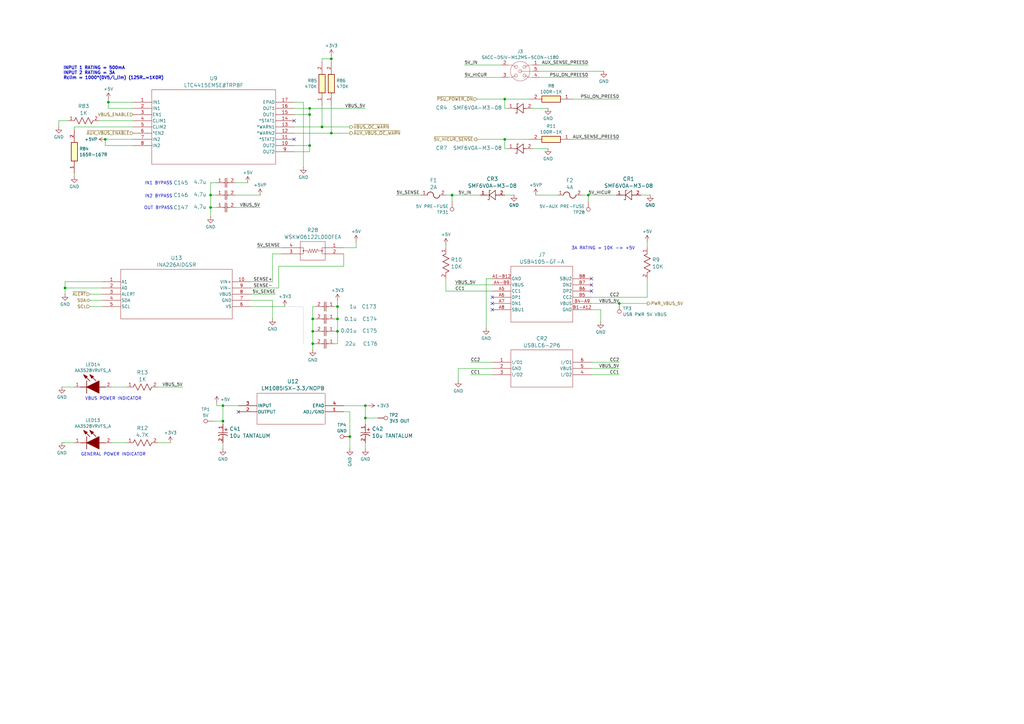
<source format=kicad_sch>
(kicad_sch (version 20231120) (generator "eeschema") (generator_version "8.0")
  (paper "A3")
  (title_block (title "Oro Link") (date "2025-06-02") (rev "9") (company "Oro Operating System") (comment 1 "oro.sh") (comment 2 "Copyright 2023-2025, MPL 2.0") (comment 3 "Joshua Lee Junon"))
  (lib_symbols
    (symbol "Connector:TestPoint" (pin_numbers hide) (pin_names (offset 0.762) hide)
      (property "Reference" "TP" (at 0 6.858 0))
      (property "Value" "TestPoint" (at 0 5.08 0))
      (symbol "TestPoint_1_1"
        (pin passive line (at 0 0 90) (length 2.54) (name "1") (number "1"))
      )
    )
    (symbol "OroLink:0402B103J160CT" (pin_names (offset 0.254))
      (property "Reference" "C" (at 3.81 3.81 0))
      (property "Value" "0402B103J160CT" (at 3.81 -3.81 0))
      (symbol "0402B103J160CT_1_1"
        (pin unspecified line (at 0 0 0) (length 2.54) (name "") (number "1"))
        (pin unspecified line (at 7.62 0 180) (length 2.54) (name "") (number "2"))
      )
      (symbol "0402B103J160CT_1_2"
        (pin unspecified line (at 0 0 270) (length 2.54) (name "") (number "1"))
        (pin unspecified line (at 0 -7.62 90) (length 2.54) (name "") (number "2"))
      )
    )
    (symbol "OroLink:0697H2000-02" (pin_names (offset 0.254) hide)
      (property "Reference" "F1" (at 5.08 6.0274 0))
      (property "Value" "2A" (at 5.08 3.1945 0))
      (symbol "0697H2000-02_1_1"
        (pin unspecified line (at 0 0 0) (length 2.54) (name "1") (number "1"))
        (pin unspecified line (at 10.16 0 180) (length 2.54) (name "2") (number "2"))
      )
      (symbol "0697H2000-02_1_2"
        (pin unspecified line (at 0 0 90) (length 2.54) (name "1") (number "1"))
        (pin unspecified line (at 0 10.16 270) (length 2.54) (name "2") (number "2"))
      )
    )
    (symbol "OroLink:0697H4000-01" (pin_names (offset 0.254) hide)
      (property "Reference" "F2" (at 5.08 6.0274 0))
      (property "Value" "4A" (at 5.08 3.1945 0))
      (symbol "0697H4000-01_1_1"
        (pin unspecified line (at 0 0 0) (length 2.54) (name "1") (number "1"))
        (pin unspecified line (at 10.16 0 180) (length 2.54) (name "2") (number "2"))
      )
      (symbol "0697H4000-01_1_2"
        (pin unspecified line (at 0 0 90) (length 2.54) (name "1") (number "1"))
        (pin unspecified line (at 0 10.16 270) (length 2.54) (name "2") (number "2"))
      )
    )
    (symbol "OroLink:AA3528VRVFS_A" (pin_names hide)
      (property "Reference" "LED" (at 12.7 8.89 0))
      (property "Value" "AA3528VRVFS_A" (at 12.7 6.35 0))
      (symbol "AA3528VRVFS_A_1_1"
        (pin passive line (at 0 0 0) (length 2.54) (name "K") (number "1"))
        (pin passive line (at 15.24 0 180) (length 2.54) (name "A") (number "2"))
      )
    )
    (symbol "OroLink:CL10A226MO7JZNC" (pin_names (offset 0.254))
      (property "Reference" "C" (at 3.81 3.81 0))
      (property "Value" "CL10A226MO7JZNC" (at 3.81 -3.81 0))
      (symbol "CL10A226MO7JZNC_1_1"
        (pin unspecified line (at 0 0 0) (length 2.54) (name "") (number "1"))
        (pin unspecified line (at 7.62 0 180) (length 2.54) (name "") (number "2"))
      )
      (symbol "CL10A226MO7JZNC_1_2"
        (pin unspecified line (at 0 0 270) (length 2.54) (name "") (number "1"))
        (pin unspecified line (at 0 -7.62 90) (length 2.54) (name "") (number "2"))
      )
    )
    (symbol "OroLink:CR0402-FX-1650GLF" (pin_names hide)
      (property "Reference" "R" (at 13.97 6.35 0))
      (property "Value" "CR0402-FX-1650GLF" (at 13.97 3.81 0))
      (symbol "CR0402-FX-1650GLF_1_1"
        (pin passive line (at 0 0 0) (length 5.08) (name "1") (number "1"))
        (pin passive line (at 17.78 0 180) (length 5.08) (name "2") (number "2"))
      )
    )
    (symbol "OroLink:CRCW0402470KFKED" (pin_names hide)
      (property "Reference" "R" (at 13.97 6.35 0))
      (property "Value" "CRCW0402470KFKED" (at 13.97 3.81 0))
      (symbol "CRCW0402470KFKED_1_1"
        (pin passive line (at 0 0 0) (length 5.08) (name "1") (number "1"))
        (pin passive line (at 17.78 0 180) (length 5.08) (name "2") (number "2"))
      )
    )
    (symbol "OroLink:CRCW04024K70FKEDHP" (pin_names (offset 0.254))
      (property "Reference" "R" (at 5.715 3.81 0))
      (property "Value" "CRCW04024K70FKEDHP" (at 6.35 -3.81 0))
      (symbol "CRCW04024K70FKEDHP_1_1"
        (pin unspecified line (at 12.7 0 180) (length 2.54) (name "") (number "1"))
        (pin unspecified line (at 0 0 0) (length 2.54) (name "") (number "2"))
      )
      (symbol "CRCW04024K70FKEDHP_1_2"
        (pin unspecified line (at 0 12.7 270) (length 2.54) (name "") (number "1"))
        (pin unspecified line (at 0 0 90) (length 2.54) (name "") (number "2"))
      )
    )
    (symbol "OroLink:GRM155C61E475ME15J" (pin_names hide)
      (property "Reference" "C" (at 3.302 6.096 0))
      (property "Value" "GRM155C61E475ME15J" (at -6.096 3.81 0))
      (symbol "GRM155C61E475ME15J_1_1"
        (pin unspecified line (at 0 0 0) (length 2.54) (name "") (number "1"))
        (pin unspecified line (at 7.62 0 180) (length 2.54) (name "") (number "2"))
      )
    )
    (symbol "OroLink:INA226AIDGSR" (pin_names (offset 0.254))
      (property "Reference" "U" (at 30.48 10.16 0))
      (property "Value" "INA226AIDGSR" (at 30.48 7.62 0))
      (symbol "INA226AIDGSR_0_1"
        (pin unspecified line (at 0 0 0) (length 7.62) (name "A1") (number "1"))
        (pin input line (at 60.96 0 180) (length 7.62) (name "VIN+") (number "10"))
        (pin unspecified line (at 0 -2.54 0) (length 7.62) (name "A0") (number "2"))
        (pin output line (at 0 -5.08 0) (length 7.62) (name "ALERT") (number "3"))
        (pin bidirectional line (at 0 -7.62 0) (length 7.62) (name "SDA") (number "4"))
        (pin input line (at 0 -10.16 0) (length 7.62) (name "SCL") (number "5"))
        (pin power_in line (at 60.96 -10.16 180) (length 7.62) (name "VS") (number "6"))
        (pin power_in line (at 60.96 -7.62 180) (length 7.62) (name "GND") (number "7"))
        (pin input line (at 60.96 -5.08 180) (length 7.62) (name "VBUS") (number "8"))
        (pin input line (at 60.96 -2.54 180) (length 7.62) (name "VIN-") (number "9"))
      )
    )
    (symbol "OroLink:JMK105BJ105KVHF" (pin_names (offset 0.254))
      (property "Reference" "C" (at 3.81 3.81 0))
      (property "Value" "JMK105BJ105KVHF" (at 3.81 -3.81 0))
      (symbol "JMK105BJ105KVHF_1_1"
        (pin unspecified line (at 0 0 0) (length 2.54) (name "") (number "1"))
        (pin unspecified line (at 7.62 0 180) (length 2.54) (name "") (number "2"))
      )
      (symbol "JMK105BJ105KVHF_1_2"
        (pin unspecified line (at 0 0 270) (length 2.54) (name "") (number "1"))
        (pin unspecified line (at 0 -7.62 90) (length 2.54) (name "") (number "2"))
      )
    )
    (symbol "OroLink:LM1085ISX-3.3_NOPB" (pin_names (offset 0.254))
      (property "Reference" "U" (at 21.59 9.652 0))
      (property "Value" "LM1085ISX-3.3/NOPB" (at 21.844 6.604 0))
      (symbol "LM1085ISX-3.3_NOPB_0_1"
        (pin output line (at 0 -2.54 0) (length 7.62) (name "OUTPUT") (number "2"))
        (pin unspecified line (at 43.18 0 180) (length 7.62) (name "EPAD") (number "4"))
      )
      (symbol "LM1085ISX-3.3_NOPB_1_1"
        (pin unspecified line (at 43.18 -2.54 180) (length 7.62) (name "ADJ/GND") (number "1"))
        (pin input line (at 0 0 0) (length 7.62) (name "INPUT") (number "3"))
      )
    )
    (symbol "OroLink:LTC4415EMSE-TRPBF" (pin_names (offset 0.254))
      (property "Reference" "U" (at 33.02 10.16 0))
      (property "Value" "LTC4415EMSE#TRPBF" (at 33.02 7.62 0))
      (symbol "LTC4415EMSE-TRPBF_0_1"
        (pin input line (at 0 0 0) (length 7.62) (name "IN1") (number "1"))
        (pin output line (at 66.04 -17.78 180) (length 7.62) (name "OUT2") (number "10"))
        (pin output line (at 66.04 -15.24 180) (length 7.62) (name "*STAT2") (number "11"))
        (pin output line (at 66.04 -12.7 180) (length 7.62) (name "*WARN2") (number "12"))
        (pin output line (at 66.04 -10.16 180) (length 7.62) (name "*WARN1") (number "13"))
        (pin output line (at 66.04 -7.62 180) (length 7.62) (name "*STAT1") (number "14"))
        (pin output line (at 66.04 -5.08 180) (length 7.62) (name "OUT1") (number "15"))
        (pin output line (at 66.04 -2.54 180) (length 7.62) (name "OUT1") (number "16"))
        (pin unspecified line (at 66.04 0 180) (length 7.62) (name "EPAD") (number "17"))
        (pin input line (at 0 -2.54 0) (length 7.62) (name "IN1") (number "2"))
        (pin input line (at 0 -5.08 0) (length 7.62) (name "EN1") (number "3"))
        (pin unspecified line (at 0 -7.62 0) (length 7.62) (name "CLIM1") (number "4"))
        (pin unspecified line (at 0 -10.16 0) (length 7.62) (name "CLIM2") (number "5"))
        (pin input line (at 0 -12.7 0) (length 7.62) (name "*EN2") (number "6"))
        (pin input line (at 0 -15.24 0) (length 7.62) (name "IN2") (number "7"))
        (pin input line (at 0 -17.78 0) (length 7.62) (name "IN2") (number "8"))
        (pin output line (at 66.04 -20.32 180) (length 7.62) (name "OUT2") (number "9"))
      )
    )
    (symbol "OroLink:MSAST1L3YB5104KFNA01" (pin_names (offset 0.254))
      (property "Reference" "C" (at 3.81 3.81 0))
      (property "Value" "MSAST1L3YB5104KFNA01" (at 3.81 -3.81 0))
      (symbol "MSAST1L3YB5104KFNA01_1_1"
        (pin unspecified line (at 0 0 0) (length 2.54) (name "") (number "1"))
        (pin unspecified line (at 7.62 0 180) (length 2.54) (name "") (number "2"))
      )
      (symbol "MSAST1L3YB5104KFNA01_1_2"
        (pin unspecified line (at 0 0 270) (length 2.54) (name "") (number "1"))
        (pin unspecified line (at 0 -7.62 90) (length 2.54) (name "") (number "2"))
      )
    )
    (symbol "OroLink:RMCF0402FT10K0" (pin_names (offset 0.254))
      (property "Reference" "R" (at 5.715 3.81 0))
      (property "Value" "RMCF0402FT10K0" (at 6.35 -3.81 0))
      (symbol "RMCF0402FT10K0_1_1"
        (pin unspecified line (at 0 0 0) (length 2.54) (name "") (number "1"))
        (pin unspecified line (at 12.7 0 180) (length 2.54) (name "") (number "2"))
      )
      (symbol "RMCF0402FT10K0_1_2"
        (pin unspecified line (at 0 12.7 270) (length 2.54) (name "") (number "1"))
        (pin unspecified line (at 0 0 90) (length 2.54) (name "") (number "2"))
      )
    )
    (symbol "OroLink:SACC-DSIV-M12MS-5CON-L180" (pin_names hide)
      (property "Reference" "J" (at 0 6.858 0))
      (property "Value" "SACC-DSIV-M12MS-5CON-L180" (at 0 5.08 0))
      (symbol "SACC-DSIV-M12MS-5CON-L180_1_1"
        (pin passive line (at 7.62 2.54 180) (length 2.54) (name "") (number "1"))
        (pin passive line (at -7.62 2.54 0) (length 2.54) (name "") (number "2"))
        (pin passive line (at -7.62 -2.54 0) (length 2.54) (name "") (number "3"))
        (pin passive line (at 7.62 -2.54 180) (length 2.54) (name "") (number "4"))
        (pin passive line (at 7.62 0 180) (length 2.54) (name "") (number "5"))
      )
    )
    (symbol "OroLink:SG73P2ATTD102J" (pin_names (offset 0.254))
      (property "Reference" "R" (at 5.715 3.81 0))
      (property "Value" "SG73P2ATTD102J" (at 6.35 -3.81 0))
      (symbol "SG73P2ATTD102J_1_1"
        (pin unspecified line (at 0 0 0) (length 2.54) (name "") (number "1"))
        (pin unspecified line (at 12.7 0 180) (length 2.54) (name "") (number "2"))
      )
      (symbol "SG73P2ATTD102J_1_2"
        (pin unspecified line (at 0 12.7 270) (length 2.54) (name "") (number "1"))
        (pin unspecified line (at 0 0 90) (length 2.54) (name "") (number "2"))
      )
    )
    (symbol "OroLink:SMF6V0A-M3-08" (pin_names (offset 0.254))
      (property "Reference" "CR" (at 5.08 4.445 0))
      (property "Value" "SMF6V0A-M3-08" (at 5.08 -3.81 0))
      (symbol "SMF6V0A-M3-08_0_1"
        (pin unspecified line (at 10.16 0 180) (length 2.54) (name "") (number "1"))
        (pin unspecified line (at 0 0 0) (length 2.54) (name "") (number "2"))
      )
    )
    (symbol "OroLink:T491B106M020AT" (pin_names (offset 0.254))
      (property "Reference" "C" (at 3.81 3.81 0))
      (property "Value" "T491B106M020AT" (at 3.81 -3.81 0))
      (symbol "T491B106M020AT_1_1"
        (pin unspecified line (at 0 0 0) (length 2.54) (name "") (number "1"))
        (pin unspecified line (at 7.62 0 180) (length 2.54) (name "") (number "2"))
      )
      (symbol "T491B106M020AT_1_2"
        (pin unspecified line (at 0 0 270) (length 2.54) (name "") (number "1"))
        (pin unspecified line (at 0 -7.62 90) (length 2.54) (name "") (number "2"))
      )
    )
    (symbol "OroLink:USB4105-GF-A" (pin_names (offset 0.254))
      (property "Reference" "J" (at 20.32 10.16 0))
      (property "Value" "USB4105-GF-A" (at 20.32 7.62 0))
      (symbol "USB4105-GF-A_0_1"
        (pin power_out line (at 0 0 0) (length 7.62) (name "GND") (number "A1-B12"))
        (pin power_in line (at 0 -2.54 0) (length 7.62) (name "VBUS") (number "A4-B9"))
        (pin bidirectional line (at 0 -5.08 0) (length 7.62) (name "CC1") (number "A5"))
        (pin bidirectional line (at 0 -7.62 0) (length 7.62) (name "DP1") (number "A6"))
        (pin bidirectional line (at 0 -10.16 0) (length 7.62) (name "DN1") (number "A7"))
        (pin bidirectional line (at 0 -12.7 0) (length 7.62) (name "SBU1") (number "A8"))
        (pin power_out line (at 40.64 -12.7 180) (length 7.62) (name "GND") (number "B1-A12"))
        (pin power_in line (at 40.64 -10.16 180) (length 7.62) (name "VBUS") (number "B4-A9"))
        (pin bidirectional line (at 40.64 -7.62 180) (length 7.62) (name "CC2") (number "B5"))
        (pin bidirectional line (at 40.64 -5.08 180) (length 7.62) (name "DP2") (number "B6"))
        (pin bidirectional line (at 40.64 -2.54 180) (length 7.62) (name "DN2") (number "B7"))
        (pin bidirectional line (at 40.64 0 180) (length 7.62) (name "SBU2") (number "B8"))
      )
    )
    (symbol "OroLink:USBLC6-2P6" (pin_names (offset 0.254))
      (property "Reference" "CR" (at 20.32 10.16 0))
      (property "Value" "USBLC6-2P6" (at 20.32 7.62 0))
      (symbol "USBLC6-2P6_0_1"
        (pin bidirectional line (at 0 0 0) (length 7.62) (name "I/O1") (number "1"))
        (pin power_in line (at 0 -2.54 0) (length 7.62) (name "GND") (number "2"))
        (pin bidirectional line (at 0 -5.08 0) (length 7.62) (name "I/O2") (number "3"))
        (pin bidirectional line (at 40.64 -5.08 180) (length 7.62) (name "I/O2") (number "4"))
        (pin power_in line (at 40.64 -2.54 180) (length 7.62) (name "VBUS") (number "5"))
        (pin bidirectional line (at 40.64 0 180) (length 7.62) (name "I/O1") (number "6"))
      )
    )
    (symbol "OroLink:WSKW06122L000FEA" (pin_names (offset 0.254) hide)
      (property "Reference" "R28" (at 12.7 7.2339 0))
      (property "Value" "WSKW06122L000FEA" (at 12.7 4.401 0))
      (symbol "WSKW06122L000FEA_0_1"
        (pin unspecified line (at 0 0 0) (length 7.62) (name "1") (number "1"))
        (pin unspecified line (at 0 -2.54 0) (length 7.62) (name "2") (number "2"))
        (pin unspecified line (at 25.4 -2.54 180) (length 7.62) (name "3") (number "3"))
        (pin unspecified line (at 25.4 0 180) (length 7.62) (name "4") (number "4"))
      )
    )
    (symbol "power:+3V3" (power) (pin_numbers hide) (pin_names (offset 0) hide)
      (property "Value" "+3V3" (at 0 3.556 0))
      (symbol "+3V3_1_1"
        (pin power_in line (at 0 0 90) (length 0) (name "~") (number "1"))
      )
    )
    (symbol "power:+5V" (power) (pin_numbers hide) (pin_names (offset 0) hide)
      (property "Value" "+5V" (at 0 3.556 0))
      (symbol "+5V_1_1"
        (pin power_in line (at 0 0 90) (length 0) (name "~") (number "1"))
      )
    )
    (symbol "power:+5VP" (power) (pin_numbers hide) (pin_names (offset 0) hide)
      (property "Value" "+5VP" (at 0 3.556 0))
      (symbol "+5VP_1_1"
        (pin power_in line (at 0 0 90) (length 0) (name "~") (number "1"))
      )
    )
    (symbol "power:GND" (power) (pin_numbers hide) (pin_names (offset 0) hide)
      (property "Value" "GND" (at 0 -3.81 0))
      (symbol "GND_1_1"
        (pin power_in line (at 0 0 270) (length 0) (name "~") (number "1"))
      )
    )
  )
  (junction (at 185.42 80.01))
  (junction (at 138.43 135.89))
  (junction (at 149.86 166.37))
  (junction (at 44.45 41.91))
  (junction (at 127 46.99))
  (junction (at 149.86 171.45))
  (junction (at 143.51 179.07))
  (junction (at 43.18 57.15))
  (junction (at 26.67 118.11))
  (junction (at 86.36 80.01))
  (junction (at 135.89 54.61))
  (junction (at 128.27 130.81))
  (junction (at 207.01 40.64))
  (junction (at 91.44 166.37))
  (junction (at 138.43 130.81))
  (junction (at 91.44 172.72))
  (junction (at 138.43 125.73))
  (junction (at 207.01 57.15))
  (junction (at 254 124.46))
  (junction (at 86.36 85.09))
  (junction (at 127 44.45))
  (junction (at 241.3 80.01))
  (junction (at 132.08 52.07))
  (junction (at 135.89 24.13))
  (junction (at 128.27 140.97))
  (junction (at 127 59.69))
  (junction (at 128.27 135.89))
  (no_connect (at 242.57 119.38))
  (no_connect (at 120.65 57.15))
  (no_connect (at 201.93 127))
  (no_connect (at 242.57 114.3))
  (no_connect (at 201.93 124.46))
  (no_connect (at 120.65 49.53))
  (no_connect (at 97.79 168.91))
  (no_connect (at 242.57 116.84))
  (no_connect (at 201.93 121.92))
  (wire (pts (xy 140.97 166.37) (xy 149.86 166.37)))
  (wire (pts (xy 129.54 125.73) (xy 128.27 125.73)))
  (wire (pts (xy 86.36 85.09) (xy 88.9 85.09)))
  (wire (pts (xy 207.01 57.15) (xy 217.17 57.15)))
  (wire (pts (xy 91.44 166.37) (xy 91.44 172.72)))
  (wire (pts (xy 111.76 104.14) (xy 111.76 115.57)))
  (wire (pts (xy 26.67 115.57) (xy 26.67 118.11)))
  (wire (pts (xy 44.45 44.45) (xy 44.45 41.91)))
  (wire (pts (xy 207.01 80.01) (xy 210.82 80.01)))
  (wire (pts (xy 242.57 124.46) (xy 254 124.46)))
  (wire (pts (xy 135.89 54.61) (xy 143.51 54.61)))
  (wire (pts (xy 128.27 140.97) (xy 129.54 140.97)))
  (wire (pts (xy 246.38 127) (xy 246.38 132.08)))
  (wire (pts (xy 137.16 130.81) (xy 138.43 130.81)))
  (wire (pts (xy 219.71 80.01) (xy 228.6 80.01)))
  (wire (pts (xy 64.77 158.75) (xy 74.93 158.75)))
  (wire (pts (xy 135.89 22.86) (xy 135.89 24.13)))
  (wire (pts (xy 207.01 40.64) (xy 217.17 40.64)))
  (wire (pts (xy 242.57 153.67) (xy 254 153.67)))
  (wire (pts (xy 30.48 71.12) (xy 30.48 72.39)))
  (wire (pts (xy 242.57 127) (xy 246.38 127)))
  (wire (pts (xy 91.44 172.72) (xy 91.44 173.99)))
  (wire (pts (xy 88.9 165.1) (xy 88.9 166.37)))
  (wire (pts (xy 127 46.99) (xy 127 44.45)))
  (wire (pts (xy 102.87 123.19) (xy 111.76 123.19)))
  (wire (pts (xy 265.43 101.6) (xy 265.43 99.06)))
  (wire (pts (xy 88.9 74.93) (xy 86.36 74.93)))
  (wire (pts (xy 132.08 43.18) (xy 132.08 52.07)))
  (wire (pts (xy 149.86 181.61) (xy 149.86 184.15)))
  (wire (pts (xy 190.5 26.67) (xy 205.74 26.67)))
  (wire (pts (xy 132.08 25.4) (xy 132.08 24.13)))
  (wire (pts (xy 114.3 109.22) (xy 140.97 109.22)))
  (wire (pts (xy 234.95 57.15) (xy 254 57.15)))
  (wire (pts (xy 185.42 80.01) (xy 196.85 80.01)))
  (wire (pts (xy 182.88 80.01) (xy 185.42 80.01)))
  (wire (pts (xy 143.51 168.91) (xy 140.97 168.91)))
  (wire (pts (xy 43.18 59.69) (xy 43.18 57.15)))
  (wire (pts (xy 241.3 80.01) (xy 252.73 80.01)))
  (wire (pts (xy 120.65 62.23) (xy 127 62.23)))
  (wire (pts (xy 138.43 130.81) (xy 138.43 125.73)))
  (polyline (pts (xy 118.11 125.73) (xy 124.46 125.73)) (stroke (width 0) (type dot)))
  (wire (pts (xy 135.89 24.13) (xy 135.89 25.4)))
  (wire (pts (xy 120.65 59.69) (xy 127 59.69)))
  (wire (pts (xy 195.58 57.15) (xy 207.01 57.15)))
  (wire (pts (xy 120.65 54.61) (xy 135.89 54.61)))
  (wire (pts (xy 128.27 135.89) (xy 129.54 135.89)))
  (wire (pts (xy 128.27 140.97) (xy 128.27 143.51)))
  (wire (pts (xy 201.93 114.3) (xy 199.39 114.3)))
  (wire (pts (xy 64.77 181.61) (xy 69.85 181.61)))
  (wire (pts (xy 30.48 181.61) (xy 25.4 181.61)))
  (wire (pts (xy 140.97 109.22) (xy 140.97 104.14)))
  (wire (pts (xy 195.58 40.64) (xy 207.01 40.64)))
  (wire (pts (xy 182.88 100.33) (xy 182.88 101.6)))
  (wire (pts (xy 265.43 114.3) (xy 265.43 121.92)))
  (wire (pts (xy 201.93 148.59) (xy 193.04 148.59)))
  (polyline (pts (xy 124.46 140.97) (xy 124.46 125.73)) (stroke (width 0) (type dot)))
  (wire (pts (xy 127 59.69) (xy 127 46.99)))
  (wire (pts (xy 96.52 80.01) (xy 106.68 80.01)))
  (wire (pts (xy 187.96 151.13) (xy 187.96 156.21)))
  (wire (pts (xy 120.65 44.45) (xy 127 44.45)))
  (wire (pts (xy 143.51 168.91) (xy 143.51 179.07)))
  (wire (pts (xy 128.27 130.81) (xy 129.54 130.81)))
  (wire (pts (xy 208.28 60.96) (xy 207.01 60.96)))
  (wire (pts (xy 207.01 44.45) (xy 207.01 40.64)))
  (wire (pts (xy 120.65 41.91) (xy 124.46 41.91)))
  (wire (pts (xy 41.91 115.57) (xy 26.67 115.57)))
  (wire (pts (xy 138.43 125.73) (xy 138.43 123.19)))
  (wire (pts (xy 234.95 40.64) (xy 254 40.64)))
  (wire (pts (xy 190.5 31.75) (xy 205.74 31.75)))
  (wire (pts (xy 135.89 54.61) (xy 135.89 43.18)))
  (wire (pts (xy 26.67 118.11) (xy 41.91 118.11)))
  (wire (pts (xy 44.45 41.91) (xy 54.61 41.91)))
  (wire (pts (xy 96.52 85.09) (xy 106.68 85.09)))
  (wire (pts (xy 220.98 31.75) (xy 241.3 31.75)))
  (wire (pts (xy 27.94 49.53) (xy 24.13 49.53)))
  (wire (pts (xy 149.86 166.37) (xy 149.86 171.45)))
  (wire (pts (xy 91.44 181.61) (xy 91.44 184.15)))
  (wire (pts (xy 102.87 118.11) (xy 114.3 118.11)))
  (wire (pts (xy 36.83 120.65) (xy 41.91 120.65)))
  (wire (pts (xy 137.16 125.73) (xy 138.43 125.73)))
  (wire (pts (xy 193.04 153.67) (xy 201.93 153.67)))
  (wire (pts (xy 220.98 26.67) (xy 241.3 26.67)))
  (wire (pts (xy 220.98 29.21) (xy 247.65 29.21)))
  (wire (pts (xy 149.86 171.45) (xy 149.86 173.99)))
  (wire (pts (xy 207.01 60.96) (xy 207.01 57.15)))
  (wire (pts (xy 138.43 135.89) (xy 138.43 130.81)))
  (wire (pts (xy 146.05 99.06) (xy 146.05 101.6)))
  (wire (pts (xy 54.61 52.07) (xy 30.48 52.07)))
  (wire (pts (xy 128.27 125.73) (xy 128.27 130.81)))
  (wire (pts (xy 138.43 140.97) (xy 138.43 135.89)))
  (wire (pts (xy 36.83 125.73) (xy 41.91 125.73)))
  (wire (pts (xy 105.41 101.6) (xy 115.57 101.6)))
  (wire (pts (xy 208.28 44.45) (xy 207.01 44.45)))
  (wire (pts (xy 24.13 49.53) (xy 24.13 52.07)))
  (wire (pts (xy 199.39 114.3) (xy 199.39 134.62)))
  (wire (pts (xy 127 62.23) (xy 127 59.69)))
  (wire (pts (xy 44.45 40.64) (xy 44.45 41.91)))
  (wire (pts (xy 262.89 80.01) (xy 266.7 80.01)))
  (wire (pts (xy 241.3 80.01) (xy 241.3 82.55)))
  (wire (pts (xy 86.36 85.09) (xy 86.36 88.9)))
  (wire (pts (xy 127 44.45) (xy 149.86 44.45)))
  (wire (pts (xy 149.86 171.45) (xy 154.94 171.45)))
  (wire (pts (xy 91.44 166.37) (xy 97.79 166.37)))
  (wire (pts (xy 185.42 82.55) (xy 185.42 80.01)))
  (wire (pts (xy 87.63 172.72) (xy 91.44 172.72)))
  (wire (pts (xy 120.65 46.99) (xy 127 46.99)))
  (wire (pts (xy 40.64 49.53) (xy 54.61 49.53)))
  (wire (pts (xy 120.65 52.07) (xy 132.08 52.07)))
  (wire (pts (xy 102.87 125.73) (xy 116.84 125.73)))
  (wire (pts (xy 45.72 158.75) (xy 52.07 158.75)))
  (wire (pts (xy 30.48 158.75) (xy 25.4 158.75)))
  (wire (pts (xy 43.18 57.15) (xy 54.61 57.15)))
  (wire (pts (xy 254 124.46) (xy 265.43 124.46)))
  (wire (pts (xy 36.83 123.19) (xy 41.91 123.19)))
  (wire (pts (xy 30.48 52.07) (xy 30.48 53.34)))
  (wire (pts (xy 115.57 104.14) (xy 111.76 104.14)))
  (wire (pts (xy 151.13 166.37) (xy 149.86 166.37)))
  (wire (pts (xy 54.61 59.69) (xy 43.18 59.69)))
  (wire (pts (xy 111.76 123.19) (xy 111.76 130.81)))
  (wire (pts (xy 128.27 130.81) (xy 128.27 135.89)))
  (wire (pts (xy 132.08 52.07) (xy 143.51 52.07)))
  (wire (pts (xy 182.88 119.38) (xy 201.93 119.38)))
  (wire (pts (xy 238.76 80.01) (xy 241.3 80.01)))
  (wire (pts (xy 102.87 120.65) (xy 113.03 120.65)))
  (wire (pts (xy 114.3 118.11) (xy 114.3 109.22)))
  (wire (pts (xy 26.67 118.11) (xy 26.67 120.65)))
  (wire (pts (xy 201.93 151.13) (xy 187.96 151.13)))
  (wire (pts (xy 137.16 135.89) (xy 138.43 135.89)))
  (wire (pts (xy 182.88 119.38) (xy 182.88 114.3)))
  (wire (pts (xy 162.56 80.01) (xy 172.72 80.01)))
  (wire (pts (xy 86.36 80.01) (xy 86.36 85.09)))
  (wire (pts (xy 218.44 44.45) (xy 224.79 44.45)))
  (wire (pts (xy 137.16 140.97) (xy 138.43 140.97)))
  (wire (pts (xy 143.51 179.07) (xy 143.51 184.15)))
  (wire (pts (xy 102.87 115.57) (xy 111.76 115.57)))
  (wire (pts (xy 96.52 74.93) (xy 101.6 74.93)))
  (wire (pts (xy 45.72 181.61) (xy 52.07 181.61)))
  (wire (pts (xy 88.9 166.37) (xy 91.44 166.37)))
  (wire (pts (xy 140.97 101.6) (xy 146.05 101.6)))
  (wire (pts (xy 265.43 121.92) (xy 242.57 121.92)))
  (wire (pts (xy 124.46 41.91) (xy 124.46 68.58)))
  (wire (pts (xy 132.08 24.13) (xy 135.89 24.13)))
  (wire (pts (xy 128.27 135.89) (xy 128.27 140.97)))
  (wire (pts (xy 186.69 116.84) (xy 201.93 116.84)))
  (wire (pts (xy 86.36 74.93) (xy 86.36 80.01)))
  (wire (pts (xy 254 151.13) (xy 242.57 151.13)))
  (wire (pts (xy 54.61 44.45) (xy 44.45 44.45)))
  (wire (pts (xy 86.36 80.01) (xy 88.9 80.01)))
  (wire (pts (xy 218.44 60.96) (xy 224.79 60.96)))
  (wire (pts (xy 242.57 148.59) (xy 254 148.59)))
  (text "3A RATING = 10K -> +5V" (at 247.396 101.854 0) (effects (font (size 1.27 1.27))))
  (text "VBUS POWER INDICATOR" (at 46.482 163.576 0) (effects (font (size 1.27 1.27))))
  (text "IN2 BYPASS" (at 65.024 80.518 0) (effects (font (size 1.27 1.27))))
  (text "IN1 BYPASS" (at 65.024 75.184 0) (effects (font (size 1.27 1.27))))
  (text "INPUT 1 RATING = 500mA\nINPUT 2 RATING = 3A\nRclim = 1000*(0V5/I_lim) (125R..=1K0R)" (at 25.908 29.972 0) (effects (font (size 1.27 1.27) (bold yes)) (justify left)))
  (text "GENERAL POWER INDICATOR" (at 46.482 186.436 0) (effects (font (size 1.27 1.27))))
  (text "OUT BYPASS" (at 65.024 85.344 0) (effects (font (size 1.27 1.27))))
  (label "SENSE-" (at 111.76 118.11 180))
  (label "5V_IN" (at 190.5 26.67 0))
  (label "VBUS_5V" (at 106.68 85.09 180))
  (label "AUX_SENSE_PREESD" (at 254 57.15 180))
  (label "CC2" (at 254 121.92 180))
  (label "PSU_ON_PREESD" (at 241.3 31.75 180))
  (label "5V_SENSE" (at 105.41 101.6 0))
  (label "CC1" (at 193.04 153.67 0))
  (label "CC2" (at 254 148.59 180))
  (label "VBUS_5V" (at 254 124.46 180))
  (label "5V_SENSE" (at 162.56 80.01 0))
  (label "CC1" (at 186.69 119.38 0))
  (label "VBUS_5V" (at 149.86 44.45 180))
  (label "VBUS_5V" (at 254 151.13 180))
  (label "5V_IN" (at 187.96 80.01 0))
  (label "PSU_ON_PREESD" (at 254 40.64 180))
  (label "5V_HICUR" (at 241.3 80.01 0))
  (label "CC1" (at 254 153.67 180))
  (label "SENSE+" (at 111.76 115.57 180))
  (label "5V_HICUR" (at 190.5 31.75 0))
  (label "CC2" (at 193.04 148.59 0))
  (label "VBUS_5V" (at 186.69 116.84 0))
  (label "VBUS_5V" (at 74.93 158.75 180))
  (label "AUX_SENSE_PREESD" (at 241.3 26.67 180))
  (label "5V_SENSE" (at 113.03 120.65 180))
  (hierarchical_label "~{AUX_VBUS_ENABLE}" (shape input) (at 54.61 54.61 180))
  (hierarchical_label "~{ALERT}" (shape input) (at 36.83 120.65 180))
  (hierarchical_label "~{PSU_POWER_ON}" (shape input) (at 195.58 40.64 180))
  (hierarchical_label "~{AUX_VBUS_OC_WARN}" (shape output) (at 143.51 54.61 0))
  (hierarchical_label "~{VBUS_OC_WARN}" (shape output) (at 143.51 52.07 0))
  (hierarchical_label "~{5V_HICUR_SENSE}" (shape output) (at 195.58 57.15 180))
  (hierarchical_label "SCL" (shape input) (at 36.83 125.73 180))
  (hierarchical_label "PWR_VBUS_5V" (shape output) (at 265.43 124.46 0))
  (hierarchical_label "SDA" (shape bidirectional) (at 36.83 123.19 180))
  (hierarchical_label "VBUS_ENABLE" (shape input) (at 54.61 46.99 180))
  (symbol (lib_id "OroLink:SMF6V0A-M3-08") (at 218.44 60.96 180) (unit 1)
    (property "Reference" "CR7" (at 181.102 60.706 0) (effects (font (size 1.524 1.524))))
    (property "Value" "SMF6V0A-M3-08" (at 195.834 60.706 0) (effects (font (size 1.524 1.524))))
    (property "Footprint" "OroLink:ZDO_SMF_DO-219AB_VIS" (effects (hide yes)))
    (property "Datasheet" "https://www.vishay.com/doc?85881" (effects (hide yes)))
    (property "Description" "ESD PROTECTION DIODE SMF DO219AB" (effects (hide yes)))
    (property "Mfr. Number" "SMF6V0A-M3-08" (effects (hide yes)))
    (property "Mouser ID" "78-SMF6V0A-M3-08" (effects (hide yes)))
    (property "Description_1" "ESD PROTECTION DIODE SMF DO219AB" (effects (hide yes)))
    (property "Mouser URL" "https://www.mouser.de/ProductDetail/Vishay-General-Semiconductor/SMF6V0A-M3-08?qs=liFJyUJTUDEpN6KM4i%2FVgg%3D%3D&utm_source=octopart&utm_medium=aggregator&utm_campaign=78-SMF6V0A-M3-08&utm_content=Vishay" (effects (hide yes)))
    (property "DigiKey ID" "112-SMF6V0A-M3-08DKR-ND" (effects (hide yes)))
    (property "Arrow ID" "null" (effects (hide yes)))
    (property "Mfr. Name" "Vishay" (effects (hide yes)))
  )
  (symbol (lib_id "OroLink:CR0402-FX-1650GLF") (at 30.48 71.12 90) (unit 1)
    (property "Reference" "R84" (at 32.512 61.0178 90) (effects (justify right)))
    (property "Value" "165R-167R" (at 32.512 63.4421 90) (effects (justify right)))
    (property "Footprint" "OroLink:RESC1005X40N" (effects (hide yes)))
    (property "Datasheet" "https://www.bourns.com/pdfs/CR0402.pdf" (effects (hide yes)))
    (property "Description" "Thick Film Resistors - SMD 165OHM 1/16WATT 1%" (effects (hide yes)))
    (property "Height" "0.4" (effects (hide yes)))
    (property "Manufacturer_Name" "Bourns" (effects (hide yes)))
    (property "Manufacturer_Part_Number" "CR0402-FX-1650GLF" (effects (hide yes)))
    (property "Mouser Part Number" "652-CR0402-FX1650GLF" (effects (hide yes)))
    (property "Mouser Price/Stock" "https://www.mouser.com/Search/Refine.aspx?Keyword=652-CR0402-FX1650GLF" (effects (hide yes)))
  )
  (symbol (lib_id "OroLink:LTC4415EMSE-TRPBF") (at 54.61 41.91 0) (unit 1)
    (property "Reference" "U9" (at 87.63 32.1361 0) (effects (font (size 1.524 1.524))))
    (property "Value" "LTC4415EMSE#TRPBF" (at 87.63 34.969 0) (effects (font (size 1.524 1.524))))
    (property "Footprint" "OroLink:MSOP-16_MSE_LIT" (effects (hide yes)))
    (property "Datasheet" "https://www.mouser.de/datasheet/2/609/4415fa-3126024.pdf" (effects (hide yes)))
    (property "Description" "Dual 4A Ideal Diodes with Adjustable Current Limit" (effects (hide yes)))
    (property "DigiKey ID" "LTC4415EMSE#TRPBFCT-ND" (effects (hide yes)))
    (property "Description_1" "Dual 4A Ideal Diodes with Adjustable Current Limit" (effects (hide yes)))
    (property "Mouser URL" "https://www.mouser.de/ProductDetail/Analog-Devices/LTC4415EMSETRPBF?qs=hVkxg5c3xu%2FZeo2U%2FVyBeA%3D%3D" (effects (hide yes)))
    (property "Arrow ID" "LTC4415EMSE#TRPBF" (effects (hide yes)))
    (property "Mfr. Number" "LTC4415EMSE#TRPBF" (effects (hide yes)))
    (property "Mouser ID" "584-LTC4415EMSETRPBF" (effects (hide yes)))
    (property "Mfr. Name" "Analog Devices Inc" (effects (hide yes)))
  )
  (symbol (lib_id "power:+5V") (at 44.45 40.64 0) (unit 1)
    (property "Reference" "#PWR049" (effects (hide yes)))
    (property "Value" "+5V" (at 44.45 36.5069 0))
    (property "Description" "Power symbol creates a global label with name \"+5V\"" (effects (hide yes)))
  )
  (symbol (lib_id "power:GND") (at 247.65 29.21 0) (unit 1)
    (property "Reference" "#PWR0139" (effects (hide yes)))
    (property "Value" "GND" (at 247.65 33.3431 0))
    (property "Description" "Power symbol creates a global label with name \"GND\" , ground" (effects (hide yes)))
  )
  (symbol (lib_id "power:GND") (at 210.82 80.01 0) (unit 1)
    (property "Reference" "#PWR064" (effects (hide yes)))
    (property "Value" "GND" (at 210.82 84.1431 0))
    (property "Description" "Power symbol creates a global label with name \"GND\" , ground" (effects (hide yes)))
  )
  (symbol (lib_id "power:+5V") (at 101.6 74.93 0) (unit 1)
    (property "Reference" "#PWR0205" (effects (hide yes)))
    (property "Value" "+5V" (at 101.6 70.7969 0))
    (property "Description" "Power symbol creates a global label with name \"+5V\"" (effects (hide yes)))
  )
  (symbol (lib_id "OroLink:SMF6V0A-M3-08") (at 207.01 80.01 180) (unit 1)
    (property "Reference" "CR3" (at 201.93 73.373 0) (effects (font (size 1.524 1.524))))
    (property "Value" "SMF6V0A-M3-08" (at 201.93 76.2059 0) (effects (font (size 1.524 1.524))))
    (property "Footprint" "OroLink:ZDO_SMF_DO-219AB_VIS" (effects (hide yes)))
    (property "Datasheet" "https://www.vishay.com/doc?85881" (effects (hide yes)))
    (property "Description" "ESD PROTECTION DIODE SMF DO219AB" (effects (hide yes)))
    (property "Mfr. Number" "SMF6V0A-M3-08" (effects (hide yes)))
    (property "Mouser ID" "78-SMF6V0A-M3-08" (effects (hide yes)))
    (property "Description_1" "ESD PROTECTION DIODE SMF DO219AB" (effects (hide yes)))
    (property "Mouser URL" "https://www.mouser.de/ProductDetail/Vishay-General-Semiconductor/SMF6V0A-M3-08?qs=liFJyUJTUDEpN6KM4i%2FVgg%3D%3D&utm_source=octopart&utm_medium=aggregator&utm_campaign=78-SMF6V0A-M3-08&utm_content=Vishay" (effects (hide yes)))
    (property "DigiKey ID" "112-SMF6V0A-M3-08DKR-ND" (effects (hide yes)))
    (property "Arrow ID" "null" (effects (hide yes)))
    (property "Mfr. Name" "Vishay" (effects (hide yes)))
  )
  (symbol (lib_id "OroLink:SACC-DSIV-M12MS-5CON-L180") (at 213.36 29.21 0) (unit 1)
    (property "Reference" "J3" (at 213.3449 21.1325 0))
    (property "Value" "SACC-DSIV-M12MS-5CON-L180" (at 213.3449 23.5568 0))
    (property "Footprint" "OroLink:SACC-DSIV-M12MS-5CON-L180" (effects (hide yes)))
    (property "Datasheet" "https://product-download.phoenixcontact.com/2302737?response-content-disposition=inline;%20filename%3D%221694211.pdf%22&Expires=1748571141&Signature=aLQOEfemDSICohIQJCUsHd8dlTjrmq79IHGhXqrIt1LBaeGxehiL~KVbHh8UkZSt6TxuoDcXmjS28TF4smO07tHgZkUgLjyCRb4dFDnZ80VXdBgNO3AC~op2LosUpMdhcYoSDcwM2CwD8G9atGODO9FQO7lV8DofDDVkudFs83KptcuI5n9J6pvfwBvojM0Axv98qwtHqBe6grw5ZdNJsQABX31vBsCQ4NRpc84XDvu945XlALanO2mxfLT6WZUTAsEoMPPjajiW-~EbO5ZxE1JRrOBOTGBj7rN7ciOuxJf9GBVlsz~p8gbXrSVSCaR98dPId8v7n9crOx2~QpAUkA__&Key-Pair-Id=K1I2N54A7B0GD" (effects (hide yes)))
    (property "Description" "Sensor/actuator flush-type plug, 5-pos., M12, A-coded, rear/screw mounting with M12 thread, with polarity protection, with straight solder connection" (effects (hide yes)))
    (property "Mouser ID" "651-1694211" (effects (hide yes)))
    (property "Mouser Stock URL" "https://www.mouser.de/ProductDetail/651-1694211" (effects (hide yes)))
  )
  (symbol (lib_id "OroLink:JMK105BJ105KVHF") (at 137.16 125.73 0) (mirror y) (unit 1)
    (property "Reference" "C173" (at 151.384 125.73 0) (effects (font (size 1.524 1.524))))
    (property "Value" "1u" (at 144.78 125.73 0) (effects (font (size 1.524 1.524))))
    (property "Footprint" "OroLink:cap_UMK105 CG080CV-F_TAY" (effects (hide yes)))
    (property "Datasheet" "https://www.mouser.de/datasheet/2/396/taiyo_yuden_12132018_mlcc11_hq_e-1510082.pdf" (effects (hide yes)))
    (property "Description" "Capacitor, ceramic, 0402, 6.3V, x5R, 1 F, ±10% Rohs Compliant: Yes |Taiyo Yuden JMK105BJ105KVHF" (effects (hide yes)))
    (property "DigiKey ID" "587-3766-1-ND" (effects (hide yes)))
    (property "Arrow ID" "JMK105BJ105KVHF" (effects (hide yes)))
    (property "Mfr. Name" "Taiyo Yuden" (effects (hide yes)))
    (property "Description_1" "Capacitor, ceramic, 0402, 6.3V, x5R, 1 F, ±10% Rohs Compliant: Yes |Taiyo Yuden JMK105BJ105KVHF" (effects (hide yes)))
    (property "Mouser ID" "963-JMK105BJ105KVHF" (effects (hide yes)))
    (property "Mfr. Number" "JMK105BJ105KVHF" (effects (hide yes)))
    (property "Mouser URL" "https://www.mouser.de/ProductDetail/TAIYO-YUDEN/JMK105BJ105KVHF?qs=qPaGMJUC%252BSupRtwk0yj9HQ%3D%3D&utm_source=octopart&utm_medium=aggregator&utm_campaign=963-JMK105BJ105KVHF&utm_content=TAIYO%20YUDEN" (effects (hide yes)))
  )
  (symbol (lib_id "power:+3V3") (at 138.43 123.19 0) (unit 1)
    (property "Reference" "#PWR0192" (effects (hide yes)))
    (property "Value" "+3V3" (at 138.43 119.0569 0))
    (property "Description" "Power symbol creates a global label with name \"+3V3\"" (effects (hide yes)))
  )
  (symbol (lib_id "power:GND") (at 91.44 184.15 0) (unit 1)
    (property "Reference" "#PWR057" (effects (hide yes)))
    (property "Value" "GND" (at 91.44 188.2831 0))
    (property "Description" "Power symbol creates a global label with name \"GND\" , ground" (effects (hide yes)))
  )
  (symbol (lib_id "OroLink:CRCW04024K70FKEDHP") (at 64.77 181.61 180) (unit 1)
    (property "Reference" "R12" (at 58.42 175.608 0) (effects (font (size 1.524 1.524))))
    (property "Value" "4.7K" (at 58.42 178.4409 0) (effects (font (size 1.524 1.524))))
    (property "Footprint" "OroLink:RES_CRCW_0402_VIS-L" (effects (hide yes)))
    (property "Datasheet" "https://www.vishay.com/doc?20043" (effects (hide yes)))
    (property "Description" "CRCW0402-HP 100 4K7 1% ET7 E3" (effects (hide yes)))
    (property "Mouser ID" "71-CRCW04024K70FKEDH" (effects (hide yes)))
    (property "Mouser URL" "https://www.mouser.de/ProductDetail/Vishay-Dale/CRCW04024K70FKEDHP?qs=k2%2FDWSARqgH3ASlI4vM3KQ%3D%3D&utm_source=octopart&utm_medium=aggregator&utm_campaign=71-CRCW04024K70FKEDH&utm_content=Vishay" (effects (hide yes)))
    (property "Mfr. Number" "CRCW04024K70FKEDHP" (effects (hide yes)))
    (property "DigiKey ID" "541-4.70KYCT-ND" (effects (hide yes)))
    (property "Mfr. Name" "Vishay" (effects (hide yes)))
    (property "Description_1" "CRCW0402-HP 100 4K7 1% ET7 E3" (effects (hide yes)))
    (property "Arrow ID" "CRCW04024K70FKEDHP" (effects (hide yes)))
  )
  (symbol (lib_id "OroLink:SMF6V0A-M3-08") (at 218.44 44.45 180) (unit 1)
    (property "Reference" "CR4" (at 181.102 44.196 0) (effects (font (size 1.524 1.524))))
    (property "Value" "SMF6V0A-M3-08" (at 195.834 44.196 0) (effects (font (size 1.524 1.524))))
    (property "Footprint" "OroLink:ZDO_SMF_DO-219AB_VIS" (effects (hide yes)))
    (property "Datasheet" "https://www.vishay.com/doc?85881" (effects (hide yes)))
    (property "Description" "ESD PROTECTION DIODE SMF DO219AB" (effects (hide yes)))
    (property "Mfr. Number" "SMF6V0A-M3-08" (effects (hide yes)))
    (property "Mouser ID" "78-SMF6V0A-M3-08" (effects (hide yes)))
    (property "Description_1" "ESD PROTECTION DIODE SMF DO219AB" (effects (hide yes)))
    (property "Mouser URL" "https://www.mouser.de/ProductDetail/Vishay-General-Semiconductor/SMF6V0A-M3-08?qs=liFJyUJTUDEpN6KM4i%2FVgg%3D%3D&utm_source=octopart&utm_medium=aggregator&utm_campaign=78-SMF6V0A-M3-08&utm_content=Vishay" (effects (hide yes)))
    (property "DigiKey ID" "112-SMF6V0A-M3-08DKR-ND" (effects (hide yes)))
    (property "Arrow ID" "null" (effects (hide yes)))
    (property "Mfr. Name" "Vishay" (effects (hide yes)))
  )
  (symbol (lib_id "OroLink:USB4105-GF-A") (at 201.93 114.3 0) (unit 1)
    (property "Reference" "J7" (at 222.25 104.5261 0) (effects (font (size 1.524 1.524))))
    (property "Value" "USB4105-GF-A" (at 222.25 107.359 0) (effects (font (size 1.524 1.524))))
    (property "Footprint" "OroLink:USB4105_GCT" (effects (hide yes)))
    (property "Datasheet" "https://www.mouser.de/datasheet/2/837/Global_Connector_Technology_usb4105-3106202.pdf" (effects (hide yes)))
    (property "Description" "USB Connector, 24 Contact(s), Female, Right Angle, Solder Terminal, Locking, Receptacle" (effects (hide yes)))
    (property "DigiKey ID" "2073-USB4105-GF-ACT-ND" (effects (hide yes)))
    (property "Mfr. Number" "USB4105-GF-A" (effects (hide yes)))
    (property "Mouser ID" "640-USB4105-GF-A" (effects (hide yes)))
    (property "Description_1" "USB Connector, 24 Contact(s), Female, Right Angle, Solder Terminal, Locking, Receptacle" (effects (hide yes)))
    (property "Arrow ID" "null" (effects (hide yes)))
    (property "Mouser URL" "https://www.mouser.de/ProductDetail/GCT/USB4105-GF-A?qs=KUoIvG%2F9IlY%2FMLlBMpStpA%3D%3D&utm_source=octopart&utm_medium=aggregator&utm_campaign=640-USB4105-GF-A&utm_content=GCT" (effects (hide yes)))
    (property "Mfr. Name" "Global Connector Technology" (effects (hide yes)))
  )
  (symbol (lib_id "power:GND") (at 149.86 184.15 0) (unit 1)
    (property "Reference" "#PWR058" (effects (hide yes)))
    (property "Value" "GND" (at 149.86 188.2831 0))
    (property "Description" "Power symbol creates a global label with name \"GND\" , ground" (effects (hide yes)))
  )
  (symbol (lib_id "power:GND") (at 111.76 130.81 0) (unit 1)
    (property "Reference" "#PWR0116" (effects (hide yes)))
    (property "Value" "GND" (at 111.76 134.9431 0))
    (property "Description" "Power symbol creates a global label with name \"GND\" , ground" (effects (hide yes)))
  )
  (symbol (lib_id "OroLink:SG73P2ATTD102J") (at 52.07 158.75 0) (unit 1)
    (property "Reference" "R13" (at 58.42 152.748 0) (effects (font (size 1.524 1.524))))
    (property "Value" "1K" (at 58.42 155.5809 0) (effects (font (size 1.524 1.524))))
    (property "Footprint" "OroLink:RES_SG73P_2A_KOA" (effects (hide yes)))
    (property "Datasheet" "null" (effects (hide yes)))
    (property "Description" "Res Thick Film 0805 1K Ohm 5% 0.5W(1/2W) ±100ppm/C Pad SMD Automotive T/R" (effects (hide yes)))
    (property "Mouser URL" "null" (effects (hide yes)))
    (property "Arrow ID" "SG73P2ATTD102J" (effects (hide yes)))
    (property "Mouser ID" "660-SG73P2ATTD102J" (effects (hide yes)))
    (property "Description_1" "Res Thick Film 0805 1K Ohm 5% 0.5W(1/2W) ±100ppm/C Pad SMD Automotive T/R" (effects (hide yes)))
    (property "DigiKey ID" "2019-SG73P2ATTD102JCT-ND" (effects (hide yes)))
    (property "Mfr. Number" "SG73P2ATTD102J" (effects (hide yes)))
    (property "Mfr. Name" "KOA Speer" (effects (hide yes)))
  )
  (symbol (lib_id "Connector:TestPoint") (at 185.42 82.55 180) (unit 1)
    (property "Reference" "TP31" (at 184.023 87.0642 0) (effects (justify left)))
    (property "Value" "5V PRE-FUSE" (at 184.023 84.6399 0) (effects (justify left)))
    (property "Footprint" "TestPoint:TestPoint_Pad_1.0x1.0mm" (effects (hide yes)))
    (property "Description" "test point" (effects (hide yes)))
  )
  (symbol (lib_id "power:GND") (at 224.79 60.96 0) (unit 1)
    (property "Reference" "#PWR050" (effects (hide yes)))
    (property "Value" "GND" (at 224.79 65.0931 0))
    (property "Description" "Power symbol creates a global label with name \"GND\" , ground" (effects (hide yes)))
  )
  (symbol (lib_id "OroLink:SMF6V0A-M3-08") (at 262.89 80.01 180) (unit 1)
    (property "Reference" "CR1" (at 257.81 73.373 0) (effects (font (size 1.524 1.524))))
    (property "Value" "SMF6V0A-M3-08" (at 257.81 76.2059 0) (effects (font (size 1.524 1.524))))
    (property "Footprint" "OroLink:ZDO_SMF_DO-219AB_VIS" (effects (hide yes)))
    (property "Datasheet" "https://www.vishay.com/doc?85881" (effects (hide yes)))
    (property "Description" "ESD PROTECTION DIODE SMF DO219AB" (effects (hide yes)))
    (property "Mfr. Number" "SMF6V0A-M3-08" (effects (hide yes)))
    (property "Mouser ID" "78-SMF6V0A-M3-08" (effects (hide yes)))
    (property "Description_1" "ESD PROTECTION DIODE SMF DO219AB" (effects (hide yes)))
    (property "Mouser URL" "https://www.mouser.de/ProductDetail/Vishay-General-Semiconductor/SMF6V0A-M3-08?qs=liFJyUJTUDEpN6KM4i%2FVgg%3D%3D&utm_source=octopart&utm_medium=aggregator&utm_campaign=78-SMF6V0A-M3-08&utm_content=Vishay" (effects (hide yes)))
    (property "DigiKey ID" "112-SMF6V0A-M3-08DKR-ND" (effects (hide yes)))
    (property "Arrow ID" "null" (effects (hide yes)))
    (property "Mfr. Name" "Vishay" (effects (hide yes)))
  )
  (symbol (lib_id "OroLink:CR0402-FX-1650GLF") (at 234.95 40.64 180) (unit 1)
    (property "Reference" "R8" (at 226.06 35.2255 0))
    (property "Value" "100R-1K" (at 226.06 37.6498 0))
    (property "Footprint" "OroLink:RESC1005X40N" (effects (hide yes)))
    (property "Datasheet" "https://www.bourns.com/pdfs/CR0402.pdf" (effects (hide yes)))
    (property "Description" "Thick Film Resistors - SMD 165OHM 1/16WATT 1%" (effects (hide yes)))
    (property "Height" "0.4" (effects (hide yes)))
    (property "Manufacturer_Name" "Bourns" (effects (hide yes)))
    (property "Manufacturer_Part_Number" "CR0402-FX-1650GLF" (effects (hide yes)))
    (property "Mouser Part Number" "652-CR0402-FX1650GLF" (effects (hide yes)))
    (property "Mouser Price/Stock" "https://www.mouser.com/Search/Refine.aspx?Keyword=652-CR0402-FX1650GLF" (effects (hide yes)))
  )
  (symbol (lib_id "Connector:TestPoint") (at 143.51 179.07 90) (unit 1)
    (property "Reference" "TP4" (at 140.208 174.2905 90))
    (property "Value" "GND" (at 140.208 176.7148 90))
    (property "Footprint" "TestPoint:TestPoint_Pad_1.0x1.0mm" (effects (hide yes)))
    (property "Description" "test point" (effects (hide yes)))
  )
  (symbol (lib_id "OroLink:SG73P2ATTD102J") (at 27.94 49.53 0) (unit 1)
    (property "Reference" "R83" (at 34.29 43.528 0) (effects (font (size 1.524 1.524))))
    (property "Value" "1K" (at 34.29 46.3609 0) (effects (font (size 1.524 1.524))))
    (property "Footprint" "OroLink:RES_SG73P_2A_KOA" (effects (hide yes)))
    (property "Datasheet" "null" (effects (hide yes)))
    (property "Description" "Res Thick Film 0805 1K Ohm 5% 0.5W(1/2W) ±100ppm/C Pad SMD Automotive T/R" (effects (hide yes)))
    (property "Mouser URL" "null" (effects (hide yes)))
    (property "Arrow ID" "SG73P2ATTD102J" (effects (hide yes)))
    (property "Mouser ID" "660-SG73P2ATTD102J" (effects (hide yes)))
    (property "Description_1" "Res Thick Film 0805 1K Ohm 5% 0.5W(1/2W) ±100ppm/C Pad SMD Automotive T/R" (effects (hide yes)))
    (property "DigiKey ID" "2019-SG73P2ATTD102JCT-ND" (effects (hide yes)))
    (property "Mfr. Number" "SG73P2ATTD102J" (effects (hide yes)))
    (property "Mfr. Name" "KOA Speer" (effects (hide yes)))
  )
  (symbol (lib_id "power:GND") (at 24.13 52.07 0) (unit 1)
    (property "Reference" "#PWR0201" (effects (hide yes)))
    (property "Value" "GND" (at 24.13 56.2031 0))
    (property "Description" "Power symbol creates a global label with name \"GND\" , ground" (effects (hide yes)))
  )
  (symbol (lib_id "power:+3V3") (at 135.89 22.86 0) (unit 1)
    (property "Reference" "#PWR052" (effects (hide yes)))
    (property "Value" "+3V3" (at 135.89 18.7269 0))
    (property "Description" "Power symbol creates a global label with name \"+3V3\"" (effects (hide yes)))
  )
  (symbol (lib_id "Connector:TestPoint") (at 154.94 171.45 270) (unit 1)
    (property "Reference" "TP2" (at 159.639 170.2378 90) (effects (justify left)))
    (property "Value" "3V3 OUT" (at 159.639 172.6621 90) (effects (justify left)))
    (property "Footprint" "TestPoint:TestPoint_Pad_1.0x1.0mm" (effects (hide yes)))
    (property "Description" "test point" (effects (hide yes)))
  )
  (symbol (lib_id "power:+3V3") (at 116.84 125.73 0) (unit 1)
    (property "Reference" "#PWR0190" (effects (hide yes)))
    (property "Value" "+3V3" (at 116.84 121.5969 0))
    (property "Description" "Power symbol creates a global label with name \"+3V3\"" (effects (hide yes)))
  )
  (symbol (lib_id "power:+5VP") (at 106.68 80.01 0) (unit 1)
    (property "Reference" "#PWR0206" (effects (hide yes)))
    (property "Value" "+5VP" (at 106.68 75.8769 0))
    (property "Description" "Power symbol creates a global label with name \"+5VP\"" (effects (hide yes)))
  )
  (symbol (lib_id "OroLink:AA3528VRVFS_A") (at 30.48 181.61 0) (unit 1)
    (property "Reference" "LED13" (at 38.1 172.3855 0))
    (property "Value" "AA3528VRVFS_A" (at 38.1 174.8098 0))
    (property "Footprint" "OroLink:AA3528VRVFSA" (effects (hide yes)))
    (property "Datasheet" "https://mouser.componentsearchengine.com/Datasheets/1/AA3528VRVFS_A.pdf" (effects (hide yes)))
    (property "Description" "LED Uni-Color Violet 2-Pin SMD T/R" (effects (hide yes)))
    (property "Height" "2.1" (effects (hide yes)))
    (property "Manufacturer_Name" "Kingbright" (effects (hide yes)))
    (property "Manufacturer_Part_Number" "AA3528VRVFS/A" (effects (hide yes)))
    (property "Mouser Part Number" "604-AA3528VRVFS/A" (effects (hide yes)))
    (property "Mouser Price/Stock" "https://www.mouser.co.uk/ProductDetail/Kingbright/AA3528VRVFS-A?qs=rY7msk5yxfb63mh907EyRA%3D%3D" (effects (hide yes)))
    (property "Arrow Part Number" "AA3528VRVFS/A" (effects (hide yes)))
    (property "Arrow Price/Stock" "https://www.arrow.com/en/products/aa3528vrvfsa/kingbright?region=nac" (effects (hide yes)))
  )
  (symbol (lib_id "power:GND") (at 246.38 132.08 0) (unit 1)
    (property "Reference" "#PWR0134" (effects (hide yes)))
    (property "Value" "GND" (at 246.38 136.2131 0))
    (property "Description" "Power symbol creates a global label with name \"GND\" , ground" (effects (hide yes)))
  )
  (symbol (lib_id "power:GND") (at 124.46 68.58 0) (unit 1)
    (property "Reference" "#PWR0203" (effects (hide yes)))
    (property "Value" "GND" (at 124.46 72.7131 0))
    (property "Description" "Power symbol creates a global label with name \"GND\" , ground" (effects (hide yes)))
  )
  (symbol (lib_id "OroLink:CRCW0402470KFKED") (at 135.89 43.18 90) (unit 1)
    (property "Reference" "R86" (at 137.922 33.0778 90) (effects (justify right)))
    (property "Value" "470K" (at 137.922 35.5021 90) (effects (justify right)))
    (property "Footprint" "OroLink:CRCW0402470KFKED" (effects (hide yes)))
    (property "Datasheet" "http://www.vishay.com/docs/20035/dcrcwe3.pdf" (effects (hide yes)))
    (property "Description" "Vishay CRCW Series Thick Film Surface Mount Resistor 402 Case 470k +/-1% 0.063W +/-100ppm/C" (effects (hide yes)))
    (property "Height" "0.4" (effects (hide yes)))
    (property "Manufacturer_Name" "Vishay" (effects (hide yes)))
    (property "Manufacturer_Part_Number" "CRCW0402470KFKED" (effects (hide yes)))
    (property "Mouser Part Number" "71-CRCW0402470KFKED" (effects (hide yes)))
    (property "Mouser Price/Stock" "https://www.mouser.co.uk/ProductDetail/Vishay-Dale/CRCW0402470KFKED?qs=iWCWVRvNViyekgQMR1mCgQ%3D%3D" (effects (hide yes)))
    (property "Arrow Part Number" "CRCW0402470KFKED" (effects (hide yes)))
    (property "Arrow Price/Stock" "https://www.arrow.com/en/products/crcw0402470kfked/vishay" (effects (hide yes)))
  )
  (symbol (lib_id "Connector:TestPoint") (at 254 124.46 180) (unit 1)
    (property "Reference" "TP3" (at 255.397 126.5498 0) (effects (justify right)))
    (property "Value" "USB PWR 5V VBUS" (at 255.397 128.9741 0) (effects (justify right)))
    (property "Footprint" "TestPoint:TestPoint_Pad_1.0x1.0mm" (effects (hide yes)))
    (property "Description" "test point" (effects (hide yes)))
  )
  (symbol (lib_id "OroLink:AA3528VRVFS_A") (at 30.48 158.75 0) (unit 1)
    (property "Reference" "LED14" (at 38.1 149.5255 0))
    (property "Value" "AA3528VRVFS_A" (at 38.1 151.9498 0))
    (property "Footprint" "OroLink:AA3528VRVFSA" (effects (hide yes)))
    (property "Datasheet" "https://mouser.componentsearchengine.com/Datasheets/1/AA3528VRVFS_A.pdf" (effects (hide yes)))
    (property "Description" "LED Uni-Color Violet 2-Pin SMD T/R" (effects (hide yes)))
    (property "Height" "2.1" (effects (hide yes)))
    (property "Manufacturer_Name" "Kingbright" (effects (hide yes)))
    (property "Manufacturer_Part_Number" "AA3528VRVFS/A" (effects (hide yes)))
    (property "Mouser Part Number" "604-AA3528VRVFS/A" (effects (hide yes)))
    (property "Mouser Price/Stock" "https://www.mouser.co.uk/ProductDetail/Kingbright/AA3528VRVFS-A?qs=rY7msk5yxfb63mh907EyRA%3D%3D" (effects (hide yes)))
    (property "Arrow Part Number" "AA3528VRVFS/A" (effects (hide yes)))
    (property "Arrow Price/Stock" "https://www.arrow.com/en/products/aa3528vrvfsa/kingbright?region=nac" (effects (hide yes)))
  )
  (symbol (lib_id "power:+5V") (at 265.43 99.06 0) (unit 1)
    (property "Reference" "#PWR026" (effects (hide yes)))
    (property "Value" "+5V" (at 265.43 94.9269 0))
    (property "Description" "Power symbol creates a global label with name \"+5V\"" (effects (hide yes)))
  )
  (symbol (lib_id "OroLink:LM1085ISX-3.3_NOPB") (at 97.79 166.37 0) (unit 1)
    (property "Reference" "U12" (at 120.142 156.4251 0) (effects (font (size 1.524 1.524))))
    (property "Value" "LM1085ISX-3.3/NOPB" (at 120.142 159.258 0) (effects (font (size 1.524 1.524))))
    (property "Footprint" "OroLink:KTT3" (effects (hide yes)))
    (property "Datasheet" "https://www.ti.com/lit/gpn/lm1085" (effects (hide yes)))
    (property "Description" "3-A, 29-V, linear voltage regulator 3-DDPAK/TO-263 -40 to 125" (effects (hide yes)))
    (property "DigiKey ID" "LM1085ISX-3.3/NOPBCT-ND" (effects (hide yes)))
    (property "Description_1" "3-A, 29-V, linear voltage regulator 3-DDPAK/TO-263 -40 to 125" (effects (hide yes)))
    (property "Mouser URL" "https://www.mouser.de/ProductDetail/Texas-Instruments/LM1085ISX-3.3-NOPB?qs=X1J7HmVL2ZFSdu4d0lbNZg%3D%3D" (effects (hide yes)))
    (property "Mfr. Name" "Texas Instruments" (effects (hide yes)))
    (property "Arrow ID" "LM1085ISX-3.3/NOPB" (effects (hide yes)))
    (property "Mfr. Number" "LM1085ISX-3.3/NOPB" (effects (hide yes)))
    (property "Mouser ID" "926-LM1085ISX3.3NOPB" (effects (hide yes)))
  )
  (symbol (lib_id "OroLink:RMCF0402FT10K0") (at 265.43 101.6 90) (mirror x) (unit 1)
    (property "Reference" "R9" (at 267.4366 106.5335 90) (effects (font (size 1.524 1.524)) (justify right)))
    (property "Value" "10K" (at 267.4366 109.3664 90) (effects (font (size 1.524 1.524)) (justify right)))
    (property "Footprint" "OroLink:STA_RMCF0402_STP" (effects (hide yes)))
    (property "Datasheet" "https://www.mouser.de/datasheet/2/385/SEI_RMCF_RMCP-3077565.pdf" (effects (hide yes)))
    (property "Description" "Res Thick Film 0402 10K Ohm 1% 0.063W ±100ppm/°C Molded SMD Paper T/R" (effects (hide yes)))
    (property "Description_1" "Res Thick Film 0402 10K Ohm 1% 0.063W ±100ppm/°C Molded SMD Paper T/R" (effects (hide yes)))
    (property "Mfr. Name" "Stackpole International" (effects (hide yes)))
    (property "DigiKey ID" "RMCF0402FT10K0CT-ND" (effects (hide yes)))
    (property "Mouser URL" "https://www.mouser.de/ProductDetail/SEI-Stackpole/RMCF0402FT10K0?qs=FESYatJ8odLDpjm%252BwxiA1Q%3D%3D&utm_source=octopart&utm_medium=aggregator&utm_campaign=708-RMCF0402FT10K0&utm_content=SEI%20Stackpole" (effects (hide yes)))
    (property "Arrow ID" "RMCF0402FT10K0" (effects (hide yes)))
    (property "Mfr. Number" "RMCF0402FT10K0" (effects (hide yes)))
    (property "Mouser ID" "708-RMCF0402FT10K0" (effects (hide yes)))
  )
  (symbol (lib_id "Connector:TestPoint") (at 241.3 82.55 180) (unit 1)
    (property "Reference" "TP28" (at 239.903 87.0642 0) (effects (justify left)))
    (property "Value" "5V-AUX PRE-FUSE" (at 239.903 84.6399 0) (effects (justify left)))
    (property "Footprint" "TestPoint:TestPoint_Pad_1.0x1.0mm" (effects (hide yes)))
    (property "Description" "test point" (effects (hide yes)))
  )
  (symbol (lib_id "OroLink:0697H4000-01") (at 228.6 80.01 0) (unit 1)
    (property "Reference" "F2" (at 233.68 73.9826 0) (effects (font (size 1.524 1.524))))
    (property "Value" "4A" (at 233.68 76.8155 0) (effects (font (size 1.524 1.524))))
    (property "Footprint" "OroLink:0697_BEL" (effects (hide yes)))
    (property "Datasheet" "https://www.mouser.de/datasheet/2/643/ds_cp_0697h_series-1291245.pdf" (effects (hide yes)))
    (property "Description" "Fuse Subminiature Slow Blow Acting 4A 350V Radial 8.35 X 4 X 7.8mm Thermoplastic Ammo Automotive" (effects (hide yes)))
    (property "Mfr. Name" "Belfuse" (effects (hide yes)))
    (property "Mouser URL" "https://www.mouser.de/ProductDetail/Bel-Fuse/0697H4000-01?qs=GtFly9OVs89pMeJrRpoVFA%3D%3D" (effects (hide yes)))
    (property "Mouser ID" "530-0697H4000-01" (effects (hide yes)))
    (property "Mfr. Number" "0697H4000-01" (effects (hide yes)))
  )
  (symbol (lib_id "power:GND") (at 30.48 72.39 0) (unit 1)
    (property "Reference" "#PWR0202" (effects (hide yes)))
    (property "Value" "GND" (at 30.48 76.5231 0))
    (property "Description" "Power symbol creates a global label with name \"GND\" , ground" (effects (hide yes)))
  )
  (symbol (lib_id "power:+5V") (at 146.05 99.06 0) (unit 1)
    (property "Reference" "#PWR063" (effects (hide yes)))
    (property "Value" "+5V" (at 146.05 94.9269 0))
    (property "Description" "Power symbol creates a global label with name \"+5V\"" (effects (hide yes)))
  )
  (symbol (lib_id "OroLink:T491B106M020AT") (at 149.86 173.99 270) (unit 1)
    (property "Reference" "C42" (at 152.5328 175.9009 90) (effects (font (size 1.524 1.524)) (justify left)))
    (property "Value" "10u TANTALUM" (at 152.5328 178.7338 90) (effects (font (size 1.524 1.524)) (justify left)))
    (property "Footprint" "OroLink:CAPMP3.7X2.8_2.1N_KEM" (effects (hide yes)))
    (property "Datasheet" "https://www.mouser.de/datasheet/2/447/KEM_T2005_T491-3316937.pdf" (effects (hide yes)))
    (property "Description" "T491, Tantalum, MnO2 Tantalum, Commercial Grade, 10 uF, 20%, 20 VDC, SMD, MnO2, Molded, 2 Ohms, 3528, Height Max = 2.1mm" (effects (hide yes)))
    (property "Mouser URL" "https://www.mouser.de/ProductDetail/KEMET/T491B106M020AT?qs=WydH9nGI6cBHjJ2NPMlCpw%3D%3D" (effects (hide yes)))
    (property "Arrow ID" "T491B106M020AT" (effects (hide yes)))
    (property "Mfr. Name" "Kemet" (effects (hide yes)))
    (property "Description_1" "T491, Tantalum, MnO2 Tantalum, Commercial Grade, 10 uF, 20%, 20 VDC, SMD, MnO2, Molded, 2 Ohms, 3528, Height Max = 2.1mm" (effects (hide yes)))
    (property "Mouser ID" "80-T491B106M020" (effects (hide yes)))
    (property "Mfr. Number" "T491B106M020AT" (effects (hide yes)))
    (property "DigiKey ID" "399-8300-1-ND" (effects (hide yes)))
  )
  (symbol (lib_id "power:GND") (at 266.7 80.01 0) (unit 1)
    (property "Reference" "#PWR020" (effects (hide yes)))
    (property "Value" "GND" (at 266.7 84.1431 0))
    (property "Description" "Power symbol creates a global label with name \"GND\" , ground" (effects (hide yes)))
  )
  (symbol (lib_id "power:GND") (at 187.96 156.21 0) (unit 1)
    (property "Reference" "#PWR065" (effects (hide yes)))
    (property "Value" "GND" (at 187.96 160.3431 0))
    (property "Description" "Power symbol creates a global label with name \"GND\" , ground" (effects (hide yes)))
  )
  (symbol (lib_id "power:+3V3") (at 151.13 166.37 270) (unit 1)
    (property "Reference" "#PWR056" (effects (hide yes)))
    (property "Value" "+3V3" (at 154.305 166.37 90) (effects (justify left)))
    (property "Description" "Power symbol creates a global label with name \"+3V3\"" (effects (hide yes)))
  )
  (symbol (lib_id "power:GND") (at 199.39 134.62 0) (unit 1)
    (property "Reference" "#PWR0133" (effects (hide yes)))
    (property "Value" "GND" (at 199.39 138.7531 0))
    (property "Description" "Power symbol creates a global label with name \"GND\" , ground" (effects (hide yes)))
  )
  (symbol (lib_id "OroLink:USBLC6-2P6") (at 201.93 148.59 0) (unit 1)
    (property "Reference" "CR2" (at 222.25 138.8161 0) (effects (font (size 1.524 1.524))))
    (property "Value" "USBLC6-2P6" (at 222.25 141.649 0) (effects (font (size 1.524 1.524))))
    (property "Footprint" "OroLink:SOT-666_STM" (effects (hide yes)))
    (property "Datasheet" "https://www.mouser.de/datasheet/2/389/usblc6_2-1852789.pdf" (effects (hide yes)))
    (property "Description" "ESD Protection for USB 2.0 High Speed" (effects (hide yes)))
    (property "Arrow ID" "USBLC6-2P6" (effects (hide yes)))
    (property "Mfr. Number" "USBLC6-2P6" (effects (hide yes)))
    (property "Description_1" "ESD Protection for USB 2.0 High Speed" (effects (hide yes)))
    (property "Mfr. Name" "STMicroelectronics" (effects (hide yes)))
    (property "Mouser ID" "511-USBLC6-2P6" (effects (hide yes)))
    (property "Mouser URL" "https://www.mouser.de/ProductDetail/STMicroelectronics/USBLC6-2P6?qs=6ARB0lp6jlViGcbUSvj1Mw%3D%3D&utm_source=octopart&utm_medium=aggregator&utm_campaign=511-USBLC6-2P6&utm_content=STMicroelectronics" (effects (hide yes)))
    (property "DigiKey ID" "497-5026-1-ND" (effects (hide yes)))
  )
  (symbol (lib_id "power:+5VP") (at 43.18 57.15 90) (unit 1)
    (property "Reference" "#PWR0197" (effects (hide yes)))
    (property "Value" "+5VP" (at 40.0051 57.15 90) (effects (justify left)))
    (property "Description" "Power symbol creates a global label with name \"+5VP\"" (effects (hide yes)))
  )
  (symbol (lib_id "power:+5V") (at 88.9 165.1 0) (unit 1)
    (property "Reference" "#PWR055" (effects (hide yes)))
    (property "Value" "+5V" (at 90.297 163.83 0) (effects (justify left)))
    (property "Description" "Power symbol creates a global label with name \"+5V\"" (effects (hide yes)))
  )
  (symbol (lib_id "OroLink:CRCW0402470KFKED") (at 132.08 43.18 270) (mirror x) (unit 1)
    (property "Reference" "R85" (at 130.048 33.0778 90) (effects (justify right)))
    (property "Value" "470K" (at 130.048 35.5021 90) (effects (justify right)))
    (property "Footprint" "OroLink:CRCW0402470KFKED" (effects (hide yes)))
    (property "Datasheet" "http://www.vishay.com/docs/20035/dcrcwe3.pdf" (effects (hide yes)))
    (property "Description" "Vishay CRCW Series Thick Film Surface Mount Resistor 402 Case 470k +/-1% 0.063W +/-100ppm/C" (effects (hide yes)))
    (property "Height" "0.4" (effects (hide yes)))
    (property "Manufacturer_Name" "Vishay" (effects (hide yes)))
    (property "Manufacturer_Part_Number" "CRCW0402470KFKED" (effects (hide yes)))
    (property "Mouser Part Number" "71-CRCW0402470KFKED" (effects (hide yes)))
    (property "Mouser Price/Stock" "https://www.mouser.co.uk/ProductDetail/Vishay-Dale/CRCW0402470KFKED?qs=iWCWVRvNViyekgQMR1mCgQ%3D%3D" (effects (hide yes)))
    (property "Arrow Part Number" "CRCW0402470KFKED" (effects (hide yes)))
    (property "Arrow Price/Stock" "https://www.arrow.com/en/products/crcw0402470kfked/vishay" (effects (hide yes)))
  )
  (symbol (lib_id "power:+5V") (at 182.88 100.33 0) (unit 1)
    (property "Reference" "#PWR023" (effects (hide yes)))
    (property "Value" "+5V" (at 182.88 96.1969 0))
    (property "Description" "Power symbol creates a global label with name \"+5V\"" (effects (hide yes)))
  )
  (symbol (lib_id "OroLink:T491B106M020AT") (at 91.44 173.99 270) (unit 1)
    (property "Reference" "C41" (at 94.1128 175.9009 90) (effects (font (size 1.524 1.524)) (justify left)))
    (property "Value" "10u TANTALUM" (at 94.1128 178.7338 90) (effects (font (size 1.524 1.524)) (justify left)))
    (property "Footprint" "OroLink:CAPMP3.7X2.8_2.1N_KEM" (effects (hide yes)))
    (property "Datasheet" "https://www.mouser.de/datasheet/2/447/KEM_T2005_T491-3316937.pdf" (effects (hide yes)))
    (property "Description" "T491, Tantalum, MnO2 Tantalum, Commercial Grade, 10 uF, 20%, 20 VDC, SMD, MnO2, Molded, 2 Ohms, 3528, Height Max = 2.1mm" (effects (hide yes)))
    (property "Mouser URL" "https://www.mouser.de/ProductDetail/KEMET/T491B106M020AT?qs=WydH9nGI6cBHjJ2NPMlCpw%3D%3D" (effects (hide yes)))
    (property "Arrow ID" "T491B106M020AT" (effects (hide yes)))
    (property "Mfr. Name" "Kemet" (effects (hide yes)))
    (property "Description_1" "T491, Tantalum, MnO2 Tantalum, Commercial Grade, 10 uF, 20%, 20 VDC, SMD, MnO2, Molded, 2 Ohms, 3528, Height Max = 2.1mm" (effects (hide yes)))
    (property "Mouser ID" "80-T491B106M020" (effects (hide yes)))
    (property "Mfr. Number" "T491B106M020AT" (effects (hide yes)))
    (property "DigiKey ID" "399-8300-1-ND" (effects (hide yes)))
  )
  (symbol (lib_id "power:+3V3") (at 69.85 181.61 0) (unit 1)
    (property "Reference" "#PWR060" (effects (hide yes)))
    (property "Value" "+3V3" (at 69.85 177.4769 0))
    (property "Description" "Power symbol creates a global label with name \"+3V3\"" (effects (hide yes)))
  )
  (symbol (lib_id "OroLink:RMCF0402FT10K0") (at 182.88 101.6 90) (mirror x) (unit 1)
    (property "Reference" "R10" (at 184.8866 106.5335 90) (effects (font (size 1.524 1.524)) (justify right)))
    (property "Value" "10K" (at 184.8866 109.3664 90) (effects (font (size 1.524 1.524)) (justify right)))
    (property "Footprint" "OroLink:STA_RMCF0402_STP" (effects (hide yes)))
    (property "Datasheet" "https://www.mouser.de/datasheet/2/385/SEI_RMCF_RMCP-3077565.pdf" (effects (hide yes)))
    (property "Description" "Res Thick Film 0402 10K Ohm 1% 0.063W ±100ppm/°C Molded SMD Paper T/R" (effects (hide yes)))
    (property "Description_1" "Res Thick Film 0402 10K Ohm 1% 0.063W ±100ppm/°C Molded SMD Paper T/R" (effects (hide yes)))
    (property "Mfr. Name" "Stackpole International" (effects (hide yes)))
    (property "DigiKey ID" "RMCF0402FT10K0CT-ND" (effects (hide yes)))
    (property "Mouser URL" "https://www.mouser.de/ProductDetail/SEI-Stackpole/RMCF0402FT10K0?qs=FESYatJ8odLDpjm%252BwxiA1Q%3D%3D&utm_source=octopart&utm_medium=aggregator&utm_campaign=708-RMCF0402FT10K0&utm_content=SEI%20Stackpole" (effects (hide yes)))
    (property "Arrow ID" "RMCF0402FT10K0" (effects (hide yes)))
    (property "Mfr. Number" "RMCF0402FT10K0" (effects (hide yes)))
    (property "Mouser ID" "708-RMCF0402FT10K0" (effects (hide yes)))
  )
  (symbol (lib_id "OroLink:MSAST1L3YB5104KFNA01") (at 137.16 130.81 0) (mirror y) (unit 1)
    (property "Reference" "C174" (at 151.638 130.81 0) (effects (font (size 1.524 1.524))))
    (property "Value" "0.1u" (at 143.764 130.81 0) (effects (font (size 1.524 1.524))))
    (property "Footprint" "OroLink:CAP_MSAS1L-3_TAY" (effects (hide yes)))
    (property "Datasheet" "https://www.mouser.de/datasheet/2/396/Tayio_Yuden_1102023_MS_mlcc_all_e-3081579.pdf" (effects (hide yes)))
    (property "Description" "Multilayer Ceramic Capacitor, 0.1 uF, 25 V, ± 10%, X5R, 0402 [1005 Metric] - T&R" (effects (hide yes)))
    (property "Mfr. Name" "Taiyo Yuden" (effects (hide yes)))
    (property "Mfr. Number" "MSAST1L3YB5104KFNA01" (effects (hide yes)))
    (property "Mouser URL" "https://www.mouser.de/ProductDetail/TAIYO-YUDEN/MSAST1L3YB5104KFNA01?qs=tlsG%2FOw5FFhBwK%252BMwEZpCA%3D%3D" (effects (hide yes)))
    (property "Description_1" "Multilayer Ceramic Capacitor, 0.1 uF, 25 V, ± 10%, X5R, 0402 [1005 Metric] - T&R" (effects (hide yes)))
    (property "Arrow ID" "MSAST1L3YB5104KFNA01" (effects (hide yes)))
    (property "DigiKey ID" "587-MSAST1L3YB5104KFNA01CT-ND" (effects (hide yes)))
    (property "Mouser ID" "963-MSAST1L3YB5104KF" (effects (hide yes)))
  )
  (symbol (lib_id "power:GND") (at 26.67 120.65 0) (unit 1)
    (property "Reference" "#PWR0186" (effects (hide yes)))
    (property "Value" "GND" (at 26.67 124.7831 0))
    (property "Description" "Power symbol creates a global label with name \"GND\" , ground" (effects (hide yes)))
  )
  (symbol (lib_id "power:GND") (at 25.4 181.61 0) (unit 1)
    (property "Reference" "#PWR061" (effects (hide yes)))
    (property "Value" "GND" (at 25.4 185.7431 0))
    (property "Description" "Power symbol creates a global label with name \"GND\" , ground" (effects (hide yes)))
  )
  (symbol (lib_id "power:GND") (at 86.36 88.9 0) (unit 1)
    (property "Reference" "#PWR0204" (effects (hide yes)))
    (property "Value" "GND" (at 86.36 93.0331 0))
    (property "Description" "Power symbol creates a global label with name \"GND\" , ground" (effects (hide yes)))
  )
  (symbol (lib_id "OroLink:0402B103J160CT") (at 137.16 135.89 0) (mirror y) (unit 1)
    (property "Reference" "C175" (at 151.638 135.636 0) (effects (font (size 1.524 1.524))))
    (property "Value" "0.01u" (at 143.002 135.636 0) (effects (font (size 1.524 1.524))))
    (property "Footprint" "OroLink:CAP_0402_N_WAL" (effects (hide yes)))
    (property "Datasheet" "https://www.mouser.de/datasheet/2/210/WTC_MLCC_General_Purpose-1534899.pdf" (effects (hide yes)))
    (property "Description" "Ceramic Capacitor, Multilayer, Ceramic, 16V, 5% +Tol, 5% -Tol, X7R, 15% TC, 0.01uF, Surface Mount, 0402" (effects (hide yes)))
    (property "Mfr. Name" "Walsin" (effects (hide yes)))
    (property "Mouser ID" "791-0402B103J160CT" (effects (hide yes)))
    (property "DigiKey ID" "1292-0402B103J160CT-ND" (effects (hide yes)))
    (property "Arrow ID" "null" (effects (hide yes)))
    (property "Description_1" "Ceramic Capacitor, Multilayer, Ceramic, 16V, 5% +Tol, 5% -Tol, X7R, 15% TC, 0.01uF, Surface Mount, 0402" (effects (hide yes)))
    (property "Mouser URL" "https://www.mouser.de/ProductDetail/Walsin/0402B103J160CT?qs=fIkAfuXiAQJQ%252BjA7a5Mepg%3D%3D&utm_source=octopart&utm_medium=aggregator&utm_campaign=791-0402B103J160CT&utm_content=Walsin" (effects (hide yes)))
    (property "Mfr. Number" "0402B103J160CT" (effects (hide yes)))
  )
  (symbol (lib_id "OroLink:INA226AIDGSR") (at 41.91 115.57 0) (unit 1)
    (property "Reference" "U13" (at 72.39 105.7961 0) (effects (font (size 1.524 1.524))))
    (property "Value" "INA226AIDGSR" (at 72.39 108.629 0) (effects (font (size 1.524 1.524))))
    (property "Footprint" "OroLink:DGS10" (effects (hide yes)))
    (property "Datasheet" "https://www.ti.com/lit/ds/symlink/ina226.pdf?HQS=dis-dk-null-digikeymode-dsf-pf-null-wwe&ts=1746125142387&ref_url=https%253A%252F%252Fwww.ti.com%252Fgeneral%252Fdocs%252Fsuppproductinfo.tsp%253FdistId%253D10%2526gotoUrl%253Dhttps%253A%252F%252Fwww.ti.com%252Flit%252Fgpn%252Fina226" (effects (hide yes)))
    (property "Description" "36V, 16-bit, ultra-precise i2c output current/voltage/power monitor w/alert 10-VSSOP -40 to 125" (effects (hide yes)))
    (property "Mouser ID" "595-INA226AIDGSR" (effects (hide yes)))
    (property "Mouser URL" "https://www.mouser.de/ProductDetail/Texas-Instruments/INA226AIDGSR?qs=tQG3bEuiOZD4quG3egR36g%3D%3D" (effects (hide yes)))
    (property "DigiKey ID" "296-29034-1-ND" (effects (hide yes)))
    (property "Description_1" "36V, 16-bit, ultra-precise i2c output current/voltage/power monitor w/alert 10-VSSOP -40 to 125" (effects (hide yes)))
    (property "Mfr. Number" "INA226AIDGSR" (effects (hide yes)))
    (property "Arrow ID" "null" (effects (hide yes)))
    (property "Mfr. Name" "Texas Instruments" (effects (hide yes)))
  )
  (symbol (lib_id "power:GND") (at 25.4 158.75 0) (unit 1)
    (property "Reference" "#PWR062" (effects (hide yes)))
    (property "Value" "GND" (at 25.4 162.8831 0))
    (property "Description" "Power symbol creates a global label with name \"GND\" , ground" (effects (hide yes)))
  )
  (symbol (lib_id "OroLink:CL10A226MO7JZNC") (at 137.16 140.97 0) (mirror y) (unit 1)
    (property "Reference" "C176" (at 151.892 140.97 0) (effects (font (size 1.524 1.524))))
    (property "Value" "22u" (at 143.764 140.97 0) (effects (font (size 1.524 1.524))))
    (property "Footprint" "OroLink:CAP_CL10_SAM" (effects (hide yes)))
    (property "Datasheet" "https://www.mouser.de/datasheet/2/585/MLCC-1837944.pdf" (effects (hide yes)))
    (property "Description" "CAP; SMT (0603); 22UF; 20%; 16V; X5R; CERAMIC" (effects (hide yes)))
    (property "Mouser URL" "https://www.mouser.de/ProductDetail/Samsung-Electro-Mechanics/CL10A226MO7JZNC?qs=xZ%2FP%252Ba9zWqb2i0I9rwAjeg%3D%3D&utm_source=octopart&utm_medium=aggregator&utm_campaign=187-CL10A226MO7JZNC&utm_content=Samsung%20Electro-Mechanics" (effects (hide yes)))
    (property "Description_1" "CAP; SMT (0603); 22UF; 20%; 16V; X5R; CERAMIC" (effects (hide yes)))
    (property "DigiKey ID" "1276-7076-1-ND" (effects (hide yes)))
    (property "Arrow ID" "CL10A226MO7JZNC" (effects (hide yes)))
    (property "Mfr. Name" "Samsung" (effects (hide yes)))
    (property "Mouser ID" "187-CL10A226MO7JZNC" (effects (hide yes)))
    (property "Mfr. Number" "CL10A226MO7JZNC" (effects (hide yes)))
  )
  (symbol (lib_id "OroLink:0697H2000-02") (at 172.72 80.01 0) (unit 1)
    (property "Reference" "F1" (at 177.8 73.9826 0) (effects (font (size 1.524 1.524))))
    (property "Value" "2A" (at 177.8 76.8155 0) (effects (font (size 1.524 1.524))))
    (property "Footprint" "OroLink:0697_BEL" (effects (hide yes)))
    (property "Datasheet" "https://www.mouser.de/datasheet/2/643/ds_cp_0697h_series-1291245.pdf" (effects (hide yes)))
    (property "Description" "Fuse Subminiature Slow Blow Acting 2A 350V Radial 8.35 X 4 X 7.8mm Thermoplastic Ammo Automotive" (effects (hide yes)))
    (property "Mfr. Name" "Belfuse" (effects (hide yes)))
    (property "Mouser URL" "https://www.mouser.de/ProductDetail/Bel-Fuse/0697H2000-02?qs=GtFly9OVs88U1%252BnJrlf0lA%3D%3D&utm_source=octopart&utm_medium=aggregator&utm_campaign=530-0697H2000-02&utm_content=Bel&_gl=1*dybjck*_ga*MjAyMTY4NDMxNi4xNjkyMzE5NjE5*_ga_15W4STQT4T*MTc0MzQ1ODM2OS4xOC4wLjE3NDM0NTgzNzIuNTcuMC4w" (effects (hide yes)))
    (property "Mouser ID" "530-0697H2000-02" (effects (hide yes)))
    (property "Mfr. Number" "0697H2000-02" (effects (hide yes)))
    (property "Description_1" "Fuse Subminiature Slow Blow Acting 2A 350V Radial 8.35 X 4 X 7.8mm Thermoplastic Ammo Automotive" (effects (hide yes)))
    (property "DigiKey ID" "5923-0697H2000-02CT-ND" (effects (hide yes)))
    (property "Arrow ID" "0697H2000-02" (effects (hide yes)))
  )
  (symbol (lib_id "OroLink:GRM155C61E475ME15J") (at 88.9 80.01 0) (unit 1)
    (property "Reference" "C146" (at 74.168 80.01 0) (effects (font (size 1.524 1.524))))
    (property "Value" "4.7u" (at 82.042 79.756 0) (effects (font (size 1.524 1.524))))
    (property "Footprint" "OroLink:GRM15x" (effects (hide yes)))
    (property "Datasheet" "https://search.murata.co.jp/Ceramy/image/img/A01X/G101/ENG/GRM155C61E475ME15-01A.pdf" (effects (hide yes)))
    (property "Description" "Multilayer Ceramic Capacitors MLCC - SMD/SMT 25VDC 4.7F 20% X5S" (effects (hide yes)))
    (property "Mouser URL" "https://www.mouser.de/ProductDetail/Samsung-Electro-Mechanics/CL05A475KP5NRNC?qs=YzdFMwBfadZHDm1%2FDIRDnw%3D%3D&utm_source=octopart&utm_medium=aggregator&utm_campaign=187-CL05A475KP5NRNC&utm_content=Samsung%20Electro-Mechanics" (effects (hide yes)))
    (property "Arrow ID" "CL05A475KP5NRNC" (effects (hide yes)))
    (property "DigiKey ID" "1276-1480-6-ND" (effects (hide yes)))
    (property "Description_1" "Cap Ceramic 4.7uF 10V X5R 10% SMD 0402 85°C Cardboard T/R" (effects (hide yes)))
    (property "Mfr. Number" "CL05A475KP5NRNC" (effects (hide yes)))
    (property "Mouser ID" "187-CL05A475KP5NRNC" (effects (hide yes)))
    (property "Mfr. Name" "Samsung" (effects (hide yes)))
    (property "Height" "0.33" (effects (hide yes)))
    (property "Manufacturer_Name" "Murata Electronics" (effects (hide yes)))
    (property "Manufacturer_Part_Number" "GRM155C61E475ME15J" (effects (hide yes)))
    (property "Mouser Price/Stock" "https://www.mouser.co.uk/ProductDetail/Murata-Electronics/GRM155C61E475ME15J?qs=By6Nw2ByBD02p8xq06vhEQ%3D%3D" (effects (hide yes)))
    (property "Arrow Part Number" "GRM155C61E475ME15J" (effects (hide yes)))
    (property "Arrow Price/Stock" "https://www.arrow.com/en/products/grm155c61e475me15j/murata-manufacturing?region=nac" (effects (hide yes)))
  )
  (symbol (lib_id "OroLink:CR0402-FX-1650GLF") (at 234.95 57.15 180) (unit 1)
    (property "Reference" "R11" (at 226.06 51.7355 0))
    (property "Value" "100R-1K" (at 226.06 54.1598 0))
    (property "Footprint" "OroLink:RESC1005X40N" (effects (hide yes)))
    (property "Datasheet" "https://www.bourns.com/pdfs/CR0402.pdf" (effects (hide yes)))
    (property "Description" "Thick Film Resistors - SMD 165OHM 1/16WATT 1%" (effects (hide yes)))
    (property "Height" "0.4" (effects (hide yes)))
    (property "Manufacturer_Name" "Bourns" (effects (hide yes)))
    (property "Manufacturer_Part_Number" "CR0402-FX-1650GLF" (effects (hide yes)))
    (property "Mouser Part Number" "652-CR0402-FX1650GLF" (effects (hide yes)))
    (property "Mouser Price/Stock" "https://www.mouser.com/Search/Refine.aspx?Keyword=652-CR0402-FX1650GLF" (effects (hide yes)))
  )
  (symbol (lib_id "OroLink:GRM155C61E475ME15J") (at 88.9 85.09 0) (unit 1)
    (property "Reference" "C147" (at 74.168 85.09 0) (effects (font (size 1.524 1.524))))
    (property "Value" "4.7u" (at 82.042 84.836 0) (effects (font (size 1.524 1.524))))
    (property "Footprint" "OroLink:GRM15x" (effects (hide yes)))
    (property "Datasheet" "https://search.murata.co.jp/Ceramy/image/img/A01X/G101/ENG/GRM155C61E475ME15-01A.pdf" (effects (hide yes)))
    (property "Description" "Multilayer Ceramic Capacitors MLCC - SMD/SMT 25VDC 4.7F 20% X5S" (effects (hide yes)))
    (property "Mouser URL" "https://www.mouser.de/ProductDetail/Samsung-Electro-Mechanics/CL05A475KP5NRNC?qs=YzdFMwBfadZHDm1%2FDIRDnw%3D%3D&utm_source=octopart&utm_medium=aggregator&utm_campaign=187-CL05A475KP5NRNC&utm_content=Samsung%20Electro-Mechanics" (effects (hide yes)))
    (property "Arrow ID" "CL05A475KP5NRNC" (effects (hide yes)))
    (property "DigiKey ID" "1276-1480-6-ND" (effects (hide yes)))
    (property "Description_1" "Cap Ceramic 4.7uF 10V X5R 10% SMD 0402 85°C Cardboard T/R" (effects (hide yes)))
    (property "Mfr. Number" "CL05A475KP5NRNC" (effects (hide yes)))
    (property "Mouser ID" "187-CL05A475KP5NRNC" (effects (hide yes)))
    (property "Mfr. Name" "Samsung" (effects (hide yes)))
    (property "Height" "0.33" (effects (hide yes)))
    (property "Manufacturer_Name" "Murata Electronics" (effects (hide yes)))
    (property "Manufacturer_Part_Number" "GRM155C61E475ME15J" (effects (hide yes)))
    (property "Mouser Price/Stock" "https://www.mouser.co.uk/ProductDetail/Murata-Electronics/GRM155C61E475ME15J?qs=By6Nw2ByBD02p8xq06vhEQ%3D%3D" (effects (hide yes)))
    (property "Arrow Part Number" "GRM155C61E475ME15J" (effects (hide yes)))
    (property "Arrow Price/Stock" "https://www.arrow.com/en/products/grm155c61e475me15j/murata-manufacturing?region=nac" (effects (hide yes)))
  )
  (symbol (lib_id "power:GND") (at 128.27 143.51 0) (unit 1)
    (property "Reference" "#PWR0189" (effects (hide yes)))
    (property "Value" "GND" (at 128.27 147.6431 0))
    (property "Description" "Power symbol creates a global label with name \"GND\" , ground" (effects (hide yes)))
  )
  (symbol (lib_id "power:GND") (at 143.51 184.15 0) (unit 1)
    (property "Reference" "#PWR054" (effects (hide yes)))
    (property "Value" "GND" (at 143.51 187.3249 90) (effects (justify right)))
    (property "Description" "Power symbol creates a global label with name \"GND\" , ground" (effects (hide yes)))
  )
  (symbol (lib_id "Connector:TestPoint") (at 87.63 172.72 90) (unit 1)
    (property "Reference" "TP1" (at 84.328 167.9405 90))
    (property "Value" "5V" (at 84.328 170.3648 90))
    (property "Footprint" "TestPoint:TestPoint_Pad_1.0x1.0mm" (effects (hide yes)))
    (property "Description" "test point" (effects (hide yes)))
  )
  (symbol (lib_id "OroLink:WSKW06122L000FEA") (at 140.97 101.6 0) (mirror y) (unit 1)
    (property "Reference" "R28" (at 128.27 94.3661 0) (effects (font (size 1.524 1.524))))
    (property "Value" "WSKW06122L000FEA" (at 128.27 97.199 0) (effects (font (size 1.524 1.524))))
    (property "Footprint" "OroLink:WSKW0612_VIS" (effects (hide yes)))
    (property "Datasheet" "https://www.vishay.com/docs/30332/wskw0612.pdf" (effects (hide yes)))
    (property "Description" "WSKW0612 .002 1% EA e3" (effects (hide yes)))
    (property "Mouser ID" "71-WSKW06122L000FEA" (effects (hide yes)))
    (property "Description_1" "WSKW0612 .002 1% EA e3" (effects (hide yes)))
    (property "Mfr. Name" "Vishay" (effects (hide yes)))
    (property "Mouser URL" "https://www.mouser.de/ProductDetail/Vishay-Dale/WSKW06122L000FEA?qs=AvgxZrxb8y0a4frbxhMOcQ%3D%3D" (effects (hide yes)))
    (property "DigiKey ID" "541-WSKW06122L000FEACT-ND" (effects (hide yes)))
    (property "Mfr. Number" "WSKW06122L000FEA" (effects (hide yes)))
    (property "Arrow ID" "WSKW06122L000FEA" (effects (hide yes)))
  )
  (symbol (lib_id "OroLink:GRM155C61E475ME15J") (at 88.9 74.93 0) (unit 1)
    (property "Reference" "C145" (at 74.168 74.93 0) (effects (font (size 1.524 1.524))))
    (property "Value" "4.7u" (at 82.042 74.676 0) (effects (font (size 1.524 1.524))))
    (property "Footprint" "OroLink:GRM15x" (effects (hide yes)))
    (property "Datasheet" "https://search.murata.co.jp/Ceramy/image/img/A01X/G101/ENG/GRM155C61E475ME15-01A.pdf" (effects (hide yes)))
    (property "Description" "Multilayer Ceramic Capacitors MLCC - SMD/SMT 25VDC 4.7F 20% X5S" (effects (hide yes)))
    (property "Mouser URL" "https://www.mouser.de/ProductDetail/Samsung-Electro-Mechanics/CL05A475KP5NRNC?qs=YzdFMwBfadZHDm1%2FDIRDnw%3D%3D&utm_source=octopart&utm_medium=aggregator&utm_campaign=187-CL05A475KP5NRNC&utm_content=Samsung%20Electro-Mechanics" (effects (hide yes)))
    (property "Arrow ID" "CL05A475KP5NRNC" (effects (hide yes)))
    (property "DigiKey ID" "1276-1480-6-ND" (effects (hide yes)))
    (property "Description_1" "Cap Ceramic 4.7uF 10V X5R 10% SMD 0402 85°C Cardboard T/R" (effects (hide yes)))
    (property "Mfr. Number" "CL05A475KP5NRNC" (effects (hide yes)))
    (property "Mouser ID" "187-CL05A475KP5NRNC" (effects (hide yes)))
    (property "Mfr. Name" "Samsung" (effects (hide yes)))
    (property "Height" "0.33" (effects (hide yes)))
    (property "Manufacturer_Name" "Murata Electronics" (effects (hide yes)))
    (property "Manufacturer_Part_Number" "GRM155C61E475ME15J" (effects (hide yes)))
    (property "Mouser Price/Stock" "https://www.mouser.co.uk/ProductDetail/Murata-Electronics/GRM155C61E475ME15J?qs=By6Nw2ByBD02p8xq06vhEQ%3D%3D" (effects (hide yes)))
    (property "Arrow Part Number" "GRM155C61E475ME15J" (effects (hide yes)))
    (property "Arrow Price/Stock" "https://www.arrow.com/en/products/grm155c61e475me15j/murata-manufacturing?region=nac" (effects (hide yes)))
  )
  (symbol (lib_id "power:GND") (at 224.79 44.45 0) (unit 1)
    (property "Reference" "#PWR066" (effects (hide yes)))
    (property "Value" "GND" (at 224.79 48.5831 0))
    (property "Description" "Power symbol creates a global label with name \"GND\" , ground" (effects (hide yes)))
  )
  (symbol (lib_id "power:+5VP") (at 219.71 80.01 0) (unit 1)
    (property "Reference" "#PWR048" (effects (hide yes)))
    (property "Value" "+5VP" (at 219.71 75.8769 0))
    (property "Description" "Power symbol creates a global label with name \"+5VP\"" (effects (hide yes)))
  )
)
</source>
